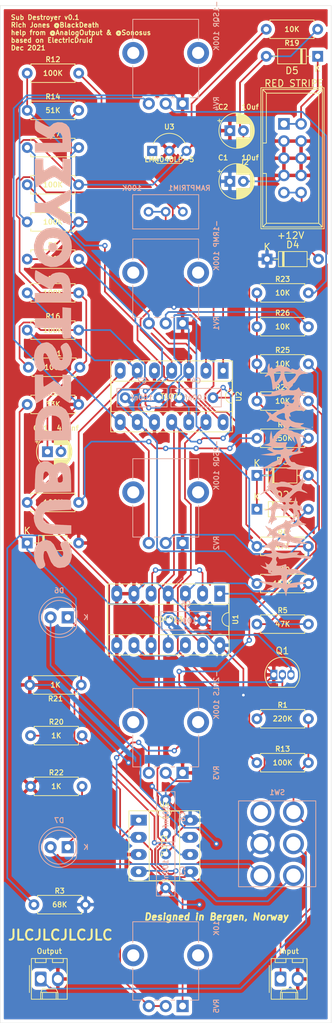
<source format=kicad_pcb>
(kicad_pcb (version 20171130) (host pcbnew "(5.1.12-1-10_14)")
  (layers (0 F.Cu signal) (31 B.Cu signal) (34 B.Paste user) (35 F.Paste user) (36 B.SilkS user) (37 F.SilkS user) (38 B.Mask user) (39 F.Mask user) (44 Edge.Cuts user))
  (net 0 "")
  (net 1 GND)
  (net 2 "Net-(C1-Pad1)")
  (net 3 "Net-(C2-Pad2)")
  (net 4 "Net-(D1-Pad1)")
  (net 5 "Net-(D2-Pad2)")
  (net 6 "Net-(D2-Pad1)")
  (net 7 "Net-(D3-Pad2)")
  (net 8 "Net-(D6-Pad1)")
  (net 9 "Net-(D6-Pad2)")
  (net 10 "Net-(D7-Pad2)")
  (net 11 "Net-(D7-Pad1)")
  (net 12 "Net-(J1-Pad1)")
  (net 13 "Net-(D5-Pad1)")
  (net 14 "Net-(D4-Pad2)")
  (net 15 "Net-(J3-Pad1)")
  (net 16 "Net-(Q1-Pad3)")
  (net 17 "Net-(R4-Pad2)")
  (net 18 "Net-(R5-Pad2)")
  (net 19 "Net-(R15-Pad2)")
  (net 20 "Net-(CP1-Pad1)")
  (net 21 "Net-(R18-Pad2)")
  (net 22 "Net-(R10-Pad1)")
  (net 23 "Net-(R12-Pad1)")
  (net 24 "Net-(R12-Pad2)")
  (net 25 "Net-(R15-Pad1)")
  (net 26 "Net-(R16-Pad1)")
  (net 27 "Net-(R17-Pad1)")
  (net 28 "Net-(R18-Pad1)")
  (net 29 "Net-(R20-Pad1)")
  (net 30 "Net-(R20-Pad2)")
  (net 31 "Net-(R23-Pad1)")
  (net 32 "Net-(R23-Pad2)")
  (net 33 "Net-(R24-Pad2)")
  (net 34 "Net-(R25-Pad2)")
  (net 35 "Net-(R26-Pad2)")
  (net 36 "Net-(SW1-Pad3)")
  (net 37 "Net-(U1-Pad12)")
  (net 38 "Net-(U1-Pad2)")
  (module ao_tht:BD3 (layer B.Cu) (at 197.7 91.1 270)
    (fp_text reference G*** hide)
    (fp_text value LOGO hide)
  )
  (module ao_tht:sd5 (layer B.Cu) (at 163.3 70.8 90)
    (fp_text reference G*** hide)
    (fp_text value LOGO hide)
  )
  (module ao_tht:LED_D5.0mm (layer B.Cu) (at 165.5 111.5 180)
    (fp_text reference D6 (at 1.27 3.96) (layer B.SilkS) (effects (font (size 0.75 0.75)) (justify mirror)))
    (fp_text value SIG_LED)
    (fp_text user K (at -2.7 0) (layer B.SilkS) (effects (font (size 0.75 0.75)) (justify mirror)))
    (pad 1 thru_hole rect (at 0 0 180) (size 1.8 1.8) (drill 0.9) (layers *.Cu *.Mask) (net 8 "Net-(D6-Pad1)"))
    (pad 2 thru_hole circle (at 2.54 0 180) (size 1.8 1.8) (drill 0.9) (layers *.Cu *.Mask) (net 9 "Net-(D6-Pad2)"))
  )
  (module Diode_THT:D_DO-35_SOD27_P7.62mm_Horizontal (layer F.Cu) (at 193.5 90.5)
    (fp_text reference D3 (at 3.81 -2.12) (layer F.SilkS))
    (fp_text value 1N4148)
    (fp_text user K (at 0 -1.8) (layer F.SilkS))
    (pad 1 thru_hole rect (at 0 0) (size 1.6 1.6) (drill 0.8) (layers *.Cu *.Mask) (net 6 "Net-(D2-Pad1)"))
    (pad 2 thru_hole oval (at 7.62 0) (size 1.6 1.6) (drill 0.8) (layers *.Cu *.Mask) (net 7 "Net-(D3-Pad2)"))
  )
  (module Diode_THT:D_DO-35_SOD27_P7.62mm_Horizontal (layer F.Cu) (at 159.5 100.5)
    (fp_text reference D1 (at 3.81 -2.12) (layer F.SilkS))
    (fp_text value 1N4148)
    (fp_text user K (at 0 -1.8) (layer F.SilkS))
    (pad 1 thru_hole rect (at 0 0) (size 1.6 1.6) (drill 0.8) (layers *.Cu *.Mask) (net 4 "Net-(D1-Pad1)"))
    (pad 2 thru_hole oval (at 7.62 0) (size 1.6 1.6) (drill 0.8) (layers *.Cu *.Mask) (net 1 GND))
  )
  (module ao_tht:R_Axial_DIN0207_L6.3mm_D2.5mm_P7.62mm_Horizontal (layer F.Cu) (at 193.5 126.5)
    (fp_text reference R1 (at 3.81 -2.032) (layer F.SilkS) (effects (font (size 0.75 0.75))))
    (fp_text value 220K (at 3.81 0) (layer F.SilkS) (effects (font (size 0.75 0.75))))
    (pad 1 thru_hole circle (at 0 0) (size 1.6 1.6) (drill 0.8) (layers *.Cu *.Mask) (net 4 "Net-(D1-Pad1)"))
    (pad 2 thru_hole oval (at 7.62 0) (size 1.6 1.6) (drill 0.8) (layers *.Cu *.Mask) (net 12 "Net-(J1-Pad1)"))
  )
  (module ao_tht:R_Axial_DIN0207_L6.3mm_D2.5mm_P7.62mm_Horizontal (layer F.Cu) (at 159.5 80)
    (fp_text reference R2 (at 3.81 -2.032) (layer F.SilkS) (effects (font (size 0.75 0.75))))
    (fp_text value 33K (at 3.81 0) (layer F.SilkS) (effects (font (size 0.75 0.75))))
    (pad 2 thru_hole oval (at 7.62 0) (size 1.6 1.6) (drill 0.8) (layers *.Cu *.Mask) (net 1 GND))
    (pad 1 thru_hole circle (at 0 0) (size 1.6 1.6) (drill 0.8) (layers *.Cu *.Mask) (net 4 "Net-(D1-Pad1)"))
  )
  (module ao_tht:R_Axial_DIN0207_L6.3mm_D2.5mm_P7.62mm_Horizontal (layer F.Cu) (at 160.5 154)
    (fp_text reference R3 (at 3.81 -2.032) (layer F.SilkS) (effects (font (size 0.75 0.75))))
    (fp_text value 68K (at 3.81 0) (layer F.SilkS) (effects (font (size 0.75 0.75))))
    (pad 2 thru_hole oval (at 7.62 0) (size 1.6 1.6) (drill 0.8) (layers *.Cu *.Mask) (net 2 "Net-(C1-Pad1)"))
    (pad 1 thru_hole circle (at 0 0) (size 1.6 1.6) (drill 0.8) (layers *.Cu *.Mask) (net 16 "Net-(Q1-Pad3)"))
  )
  (module ao_tht:R_Axial_DIN0207_L6.3mm_D2.5mm_P7.62mm_Horizontal (layer F.Cu) (at 193.5 101)
    (fp_text reference R4 (at 3.81 -2.032) (layer F.SilkS) (effects (font (size 0.75 0.75))))
    (fp_text value 47K (at 3.81 0) (layer F.SilkS) (effects (font (size 0.75 0.75))))
    (pad 1 thru_hole circle (at 0 0) (size 1.6 1.6) (drill 0.8) (layers *.Cu *.Mask) (net 5 "Net-(D2-Pad2)"))
    (pad 2 thru_hole oval (at 7.62 0) (size 1.6 1.6) (drill 0.8) (layers *.Cu *.Mask) (net 17 "Net-(R4-Pad2)"))
  )
  (module ao_tht:DIP-14_W7.62mm_Socket_LongPads (layer F.Cu) (at 188.5 75 270)
    (fp_text reference U2 (at 3.81 -2.33 90) (layer F.SilkS) (effects (font (size 0.75 0.75))))
    (fp_text value TL074)
    (fp_text user %V (at 3.81 7.62) (layer F.SilkS) (effects (font (size 0.75 0.75))))
    (pad 1 thru_hole rect (at 0 0 270) (size 2.4 1.6) (drill 0.8) (layers *.Cu *.Mask) (net 25 "Net-(R15-Pad1)"))
    (pad 8 thru_hole oval (at 7.62 15.24 270) (size 2.4 1.6) (drill 0.8) (layers *.Cu *.Mask) (net 26 "Net-(R16-Pad1)"))
    (pad 2 thru_hole oval (at 0 2.54 270) (size 2.4 1.6) (drill 0.8) (layers *.Cu *.Mask) (net 19 "Net-(R15-Pad2)"))
    (pad 9 thru_hole oval (at 7.62 12.7 270) (size 2.4 1.6) (drill 0.8) (layers *.Cu *.Mask) (net 22 "Net-(R10-Pad1)"))
    (pad 3 thru_hole oval (at 0 5.08 270) (size 2.4 1.6) (drill 0.8) (layers *.Cu *.Mask) (net 1 GND))
    (pad 10 thru_hole oval (at 7.62 10.16 270) (size 2.4 1.6) (drill 0.8) (layers *.Cu *.Mask) (net 1 GND))
    (pad 4 thru_hole oval (at 0 7.62 270) (size 2.4 1.6) (drill 0.8) (layers *.Cu *.Mask) (net 2 "Net-(C1-Pad1)"))
    (pad 11 thru_hole oval (at 7.62 7.62 270) (size 2.4 1.6) (drill 0.8) (layers *.Cu *.Mask) (net 3 "Net-(C2-Pad2)"))
    (pad 5 thru_hole oval (at 0 10.16 270) (size 2.4 1.6) (drill 0.8) (layers *.Cu *.Mask) (net 1 GND))
    (pad 12 thru_hole oval (at 7.62 5.08 270) (size 2.4 1.6) (drill 0.8) (layers *.Cu *.Mask) (net 1 GND))
    (pad 6 thru_hole oval (at 0 12.7 270) (size 2.4 1.6) (drill 0.8) (layers *.Cu *.Mask) (net 21 "Net-(R18-Pad2)"))
    (pad 13 thru_hole oval (at 7.62 2.54 270) (size 2.4 1.6) (drill 0.8) (layers *.Cu *.Mask) (net 23 "Net-(R12-Pad1)"))
    (pad 7 thru_hole oval (at 0 15.24 270) (size 2.4 1.6) (drill 0.8) (layers *.Cu *.Mask) (net 28 "Net-(R18-Pad1)"))
    (pad 14 thru_hole oval (at 7.62 0 270) (size 2.4 1.6) (drill 0.8) (layers *.Cu *.Mask) (net 27 "Net-(R17-Pad1)"))
  )
  (module ao_tht:DIP-8_W7.62mm_Socket_LongPads (layer F.Cu) (at 176 141.5)
    (fp_text reference U4 (at 3.81 -2.33) (layer F.SilkS) (effects (font (size 0.75 0.75))))
    (fp_text value TL072)
    (fp_text user %V (at 3.81 3.81 90) (layer F.SilkS) (effects (font (size 0.75 0.75))))
    (pad 1 thru_hole rect (at 0 0) (size 2.4 1.6) (drill 0.8) (layers *.Cu *.Mask) (net 29 "Net-(R20-Pad1)"))
    (pad 5 thru_hole oval (at 7.62 7.62) (size 2.4 1.6) (drill 0.8) (layers *.Cu *.Mask) (net 30 "Net-(R20-Pad2)"))
    (pad 2 thru_hole oval (at 0 2.54) (size 2.4 1.6) (drill 0.8) (layers *.Cu *.Mask) (net 31 "Net-(R23-Pad1)"))
    (pad 6 thru_hole oval (at 7.62 5.08) (size 2.4 1.6) (drill 0.8) (layers *.Cu *.Mask) (net 8 "Net-(D6-Pad1)"))
    (pad 3 thru_hole oval (at 0 5.08) (size 2.4 1.6) (drill 0.8) (layers *.Cu *.Mask) (net 1 GND))
    (pad 7 thru_hole oval (at 7.62 2.54) (size 2.4 1.6) (drill 0.8) (layers *.Cu *.Mask) (net 9 "Net-(D6-Pad2)"))
    (pad 4 thru_hole oval (at 0 7.62) (size 2.4 1.6) (drill 0.8) (layers *.Cu *.Mask) (net 3 "Net-(C2-Pad2)"))
    (pad 8 thru_hole oval (at 7.62 0) (size 2.4 1.6) (drill 0.8) (layers *.Cu *.Mask) (net 2 "Net-(C1-Pad1)"))
  )
  (module Package_TO_SOT_THT:TO-92_Inline (layer F.Cu) (at 196 120)
    (fp_text reference Q1 (at 1.27 -3.56) (layer F.SilkS))
    (fp_text value 2N3904)
    (pad 2 thru_hole oval (at 1.27 0) (size 1.05 1.5) (drill 0.75) (layers *.Cu *.Mask) (net 4 "Net-(D1-Pad1)"))
    (pad 3 thru_hole oval (at 2.54 0) (size 1.05 1.5) (drill 0.75) (layers *.Cu *.Mask) (net 16 "Net-(Q1-Pad3)"))
    (pad 1 thru_hole rect (at 0 0) (size 1.05 1.5) (drill 0.75) (layers *.Cu *.Mask) (net 1 GND))
  )
  (module ao_tht:Potentiometer_Bourns_3296W_Vertical (layer B.Cu) (at 180 51.5 180)
    (fp_text reference RAMPTRIM1 (at -3.5 3.5 180) (layer B.SilkS) (effects (font (size 0.75 0.75)) (justify mirror)))
    (fp_text value 100K)
    (fp_text user %V (at 5 3.5 180) (layer B.SilkS) (effects (font (size 0.75 0.75)) (justify mirror)))
    (pad 1 thru_hole circle (at 2.54 0 180) (size 1.44 1.44) (drill 0.8) (layers *.Cu *.Mask) (net 17 "Net-(R4-Pad2)"))
    (pad 2 thru_hole circle (at 0 0 180) (size 1.44 1.44) (drill 0.8) (layers *.Cu *.Mask) (net 17 "Net-(R4-Pad2)"))
    (pad 3 thru_hole circle (at -2.54 0 180) (size 1.44 1.44) (drill 0.8) (layers *.Cu *.Mask) (net 24 "Net-(R12-Pad2)"))
  )
  (module ao_tht:Potentiometer_Alpha_RD901F-40-00D_Single_Vertical_CircularHoles_centered (layer B.Cu) (at 180 60.5 90)
    (fp_text reference RV1 (at -7.5 7.5 90) (layer B.SilkS) (effects (font (size 0.75 0.75)) (justify mirror)))
    (fp_text value "-1RMP 100K")
    (fp_text user %V (at 4 7.5 270) (layer B.SilkS) (effects (font (size 0.75 0.75)) (justify mirror)))
    (pad 1 thru_hole rect (at -7.5 2.5) (size 1.8 1.8) (drill 1) (layers *.Cu *.Mask) (net 1 GND))
    (pad 2 thru_hole circle (at -7.5 0) (size 1.8 1.8) (drill 1) (layers *.Cu *.Mask) (net 35 "Net-(R26-Pad2)"))
    (pad 3 thru_hole circle (at -7.5 -2.5) (size 1.8 1.8) (drill 1) (layers *.Cu *.Mask) (net 27 "Net-(R17-Pad1)"))
    (pad "" thru_hole circle (at 0 -4.8) (size 3.24 3.24) (drill 1.8) (layers *.Cu *.Mask))
    (pad "" thru_hole circle (at 0 4.8) (size 3.24 3.24) (drill 1.8) (layers *.Cu *.Mask))
  )
  (module ao_tht:Potentiometer_Alpha_RD901F-40-00D_Single_Vertical_CircularHoles_centered (layer B.Cu) (at 180 127 90)
    (fp_text reference RV3 (at -7.5 7.5 90) (layer B.SilkS) (effects (font (size 0.75 0.75)) (justify mirror)))
    (fp_text value "-2PLS 100K")
    (fp_text user %V (at 4 7.5 270) (layer B.SilkS) (effects (font (size 0.75 0.75)) (justify mirror)))
    (pad 1 thru_hole rect (at -7.5 2.5) (size 1.8 1.8) (drill 1) (layers *.Cu *.Mask) (net 1 GND))
    (pad 2 thru_hole circle (at -7.5 0) (size 1.8 1.8) (drill 1) (layers *.Cu *.Mask) (net 33 "Net-(R24-Pad2)"))
    (pad 3 thru_hole circle (at -7.5 -2.5) (size 1.8 1.8) (drill 1) (layers *.Cu *.Mask) (net 28 "Net-(R18-Pad1)"))
    (pad "" thru_hole circle (at 0 -4.8) (size 3.24 3.24) (drill 1.8) (layers *.Cu *.Mask))
    (pad "" thru_hole circle (at 0 4.8) (size 3.24 3.24) (drill 1.8) (layers *.Cu *.Mask))
  )
  (module ao_tht:Potentiometer_Alpha_RD901F-40-00D_Single_Vertical_CircularHoles_centered (layer B.Cu) (at 180 93 90)
    (fp_text reference RV2 (at -7.5 7.5 90) (layer B.SilkS) (effects (font (size 0.75 0.75)) (justify mirror)))
    (fp_text value "-2SQR 100K")
    (fp_text user %V (at 4 7.5 270) (layer B.SilkS) (effects (font (size 0.75 0.75)) (justify mirror)))
    (pad "" thru_hole circle (at 0 4.8) (size 3.24 3.24) (drill 1.8) (layers *.Cu *.Mask))
    (pad "" thru_hole circle (at 0 -4.8) (size 3.24 3.24) (drill 1.8) (layers *.Cu *.Mask))
    (pad 3 thru_hole circle (at -7.5 -2.5) (size 1.8 1.8) (drill 1) (layers *.Cu *.Mask) (net 26 "Net-(R16-Pad1)"))
    (pad 2 thru_hole circle (at -7.5 0) (size 1.8 1.8) (drill 1) (layers *.Cu *.Mask) (net 34 "Net-(R25-Pad2)"))
    (pad 1 thru_hole rect (at -7.5 2.5) (size 1.8 1.8) (drill 1) (layers *.Cu *.Mask) (net 1 GND))
  )
  (module ao_tht:Potentiometer_Alpha_RD901F-40-00D_Single_Vertical_CircularHoles_centered (layer B.Cu) (at 180 28 90)
    (fp_text reference RV4 (at -7.5 7.5 90) (layer B.SilkS) (effects (font (size 0.75 0.75)) (justify mirror)))
    (fp_text value "-1SQR 100K")
    (fp_text user %V (at 4 7.5 270) (layer B.SilkS) (effects (font (size 0.75 0.75)) (justify mirror)))
    (pad "" thru_hole circle (at 0 4.8) (size 3.24 3.24) (drill 1.8) (layers *.Cu *.Mask))
    (pad "" thru_hole circle (at 0 -4.8) (size 3.24 3.24) (drill 1.8) (layers *.Cu *.Mask))
    (pad 3 thru_hole circle (at -7.5 -2.5) (size 1.8 1.8) (drill 1) (layers *.Cu *.Mask) (net 25 "Net-(R15-Pad1)"))
    (pad 2 thru_hole circle (at -7.5 0) (size 1.8 1.8) (drill 1) (layers *.Cu *.Mask) (net 32 "Net-(R23-Pad2)"))
    (pad 1 thru_hole rect (at -7.5 2.5) (size 1.8 1.8) (drill 1) (layers *.Cu *.Mask) (net 1 GND))
  )
  (module Diode_THT:D_DO-35_SOD27_P7.62mm_Horizontal (layer F.Cu) (at 202.5 28.5 180)
    (fp_text reference D5 (at 3.81 -2.12) (layer F.SilkS))
    (fp_text value 1N4148)
    (fp_text user K (at 0 -1.8) (layer F.SilkS))
    (pad 2 thru_hole oval (at 7.62 0 180) (size 1.6 1.6) (drill 0.8) (layers *.Cu *.Mask) (net 3 "Net-(C2-Pad2)"))
    (pad 1 thru_hole rect (at 0 0 180) (size 1.6 1.6) (drill 0.8) (layers *.Cu *.Mask) (net 13 "Net-(D5-Pad1)"))
  )
  (module ao_tht:DIP-14_W7.62mm_Socket_LongPads (layer F.Cu) (at 188 108 270)
    (fp_text reference U1 (at 3.81 -2.33 90) (layer F.SilkS) (effects (font (size 0.75 0.75))))
    (fp_text value CD4013)
    (fp_text user %V (at 3.81 7.62) (layer F.SilkS) (effects (font (size 0.75 0.75))))
    (pad 14 thru_hole oval (at 7.62 0 270) (size 2.4 1.6) (drill 0.8) (layers *.Cu *.Mask) (net 2 "Net-(C1-Pad1)"))
    (pad 7 thru_hole oval (at 0 15.24 270) (size 2.4 1.6) (drill 0.8) (layers *.Cu *.Mask) (net 1 GND))
    (pad 13 thru_hole oval (at 7.62 2.54 270) (size 2.4 1.6) (drill 0.8) (layers *.Cu *.Mask) (net 17 "Net-(R4-Pad2)"))
    (pad 6 thru_hole oval (at 0 12.7 270) (size 2.4 1.6) (drill 0.8) (layers *.Cu *.Mask) (net 1 GND))
    (pad 12 thru_hole oval (at 7.62 5.08 270) (size 2.4 1.6) (drill 0.8) (layers *.Cu *.Mask) (net 37 "Net-(U1-Pad12)"))
    (pad 5 thru_hole oval (at 0 10.16 270) (size 2.4 1.6) (drill 0.8) (layers *.Cu *.Mask) (net 38 "Net-(U1-Pad2)"))
    (pad 11 thru_hole oval (at 7.62 7.62 270) (size 2.4 1.6) (drill 0.8) (layers *.Cu *.Mask) (net 16 "Net-(Q1-Pad3)"))
    (pad 4 thru_hole oval (at 0 7.62 270) (size 2.4 1.6) (drill 0.8) (layers *.Cu *.Mask) (net 1 GND))
    (pad 10 thru_hole oval (at 7.62 10.16 270) (size 2.4 1.6) (drill 0.8) (layers *.Cu *.Mask) (net 1 GND))
    (pad 3 thru_hole oval (at 0 5.08 270) (size 2.4 1.6) (drill 0.8) (layers *.Cu *.Mask) (net 17 "Net-(R4-Pad2)"))
    (pad 9 thru_hole oval (at 7.62 12.7 270) (size 2.4 1.6) (drill 0.8) (layers *.Cu *.Mask) (net 37 "Net-(U1-Pad12)"))
    (pad 2 thru_hole oval (at 0 2.54 270) (size 2.4 1.6) (drill 0.8) (layers *.Cu *.Mask) (net 38 "Net-(U1-Pad2)"))
    (pad 8 thru_hole oval (at 7.62 15.24 270) (size 2.4 1.6) (drill 0.8) (layers *.Cu *.Mask) (net 1 GND))
    (pad 1 thru_hole rect (at 0 0 270) (size 2.4 1.6) (drill 0.8) (layers *.Cu *.Mask) (net 18 "Net-(R5-Pad2)"))
  )
  (module ao_tht:DPDT-toggle-switch-1M-seriesx (layer B.Cu) (at 196.5 145 180)
    (fp_text reference SW1 (at 0 7.6) (layer B.SilkS) (effects (font (size 0.75 0.75)) (justify mirror)))
    (fp_text value ONOFF_SW)
    (pad 2 thru_hole circle (at 2.415 0 180) (size 3.1 3.1) (drill 2.1) (layers *.Cu *.Mask) (net 2 "Net-(C1-Pad1)"))
    (pad 3 thru_hole circle (at 2.415 4.7 180) (size 3.1 3.1) (drill 2.1) (layers *.Cu *.Mask) (net 36 "Net-(SW1-Pad3)"))
    (pad 1 thru_hole circle (at 2.415 -4.7 180) (size 3.1 3.1) (drill 2.1) (layers *.Cu *.Mask) (net 10 "Net-(D7-Pad2)"))
    (pad 6 thru_hole circle (at -2.415 4.7 180) (size 3.1 3.1) (drill 2.1) (layers *.Cu *.Mask) (net 12 "Net-(J1-Pad1)"))
    (pad 5 thru_hole circle (at -2.415 0 180) (size 3.1 3.1) (drill 2.1) (layers *.Cu *.Mask) (net 15 "Net-(J3-Pad1)"))
    (pad 4 thru_hole circle (at -2.415 -4.7 180) (size 3.1 3.1) (drill 2.1) (layers *.Cu *.Mask) (net 30 "Net-(R20-Pad2)"))
  )
  (module ao_tht:TO-92_Inline_Wide (layer F.Cu) (at 178 42.5)
    (fp_text reference U3 (at 2.54 -3.56) (layer F.SilkS) (effects (font (size 0.75 0.75))))
    (fp_text value LM4040LP-5)
    (fp_text user %V (at 2.54 1.27) (layer F.SilkS) (effects (font (size 0.75 0.75))))
    (pad 2 thru_hole circle (at 2.54 0 90) (size 1.5 1.5) (drill 0.8) (layers *.Cu *.Mask) (net 1 GND))
    (pad 3 thru_hole circle (at 5.08 0 90) (size 1.5 1.5) (drill 0.8) (layers *.Cu *.Mask) (net 20 "Net-(CP1-Pad1)"))
    (pad 1 thru_hole rect (at 0 0 90) (size 1.5 1.5) (drill 0.8) (layers *.Cu *.Mask))
  )
  (module Diode_THT:D_DO-35_SOD27_P7.62mm_Horizontal (layer F.Cu) (at 195 58.5)
    (fp_text reference D4 (at 3.81 -2.12) (layer F.SilkS))
    (fp_text value 1N4148)
    (fp_text user K (at 0 -1.8) (layer F.SilkS))
    (pad 1 thru_hole rect (at 0 0) (size 1.6 1.6) (drill 0.8) (layers *.Cu *.Mask) (net 2 "Net-(C1-Pad1)"))
    (pad 2 thru_hole oval (at 7.62 0) (size 1.6 1.6) (drill 0.8) (layers *.Cu *.Mask) (net 14 "Net-(D4-Pad2)"))
  )
  (module ao_tht:Potentiometer_Alpha_RD901F-40-00D_Single_Vertical_CircularHoles (layer B.Cu) (at 182.5 169 90)
    (fp_text reference RV5 (at 0 5 90) (layer B.SilkS) (effects (font (size 0.75 0.75)) (justify mirror)))
    (fp_text value 10K)
    (fp_text user %V (at 11.5 5 270) (layer B.SilkS) (effects (font (size 0.75 0.75)) (justify mirror)))
    (pad 1 thru_hole rect (at 0 0) (size 1.8 1.8) (drill 1) (layers *.Cu *.Mask) (net 31 "Net-(R23-Pad1)"))
    (pad 2 thru_hole circle (at 0 -2.5) (size 1.8 1.8) (drill 1) (layers *.Cu *.Mask) (net 29 "Net-(R20-Pad1)"))
    (pad 3 thru_hole circle (at 0 -5) (size 1.8 1.8) (drill 1) (layers *.Cu *.Mask) (net 29 "Net-(R20-Pad1)"))
    (pad "" thru_hole circle (at 7.5 -7.3) (size 3.24 3.24) (drill 1.8) (layers *.Cu *.Mask))
    (pad "" thru_hole circle (at 7.5 2.3) (size 3.24 3.24) (drill 1.8) (layers *.Cu *.Mask))
  )
  (module ao_tht:CP_Radial_D5.0mm_P2.00mm (layer F.Cu) (at 189.5 47)
    (fp_text reference C1 (at -1 -3.5) (layer F.SilkS) (effects (font (size 0.75 0.75))))
    (fp_text value 10uf)
    (fp_text user %V (at 3 -3.5) (layer F.SilkS) (effects (font (size 0.75 0.75))))
    (pad 2 thru_hole circle (at 2 0) (size 1.6 1.6) (drill 0.8) (layers *.Cu *.Mask) (net 1 GND))
    (pad 1 thru_hole rect (at 0 0) (size 1.6 1.6) (drill 0.8) (layers *.Cu *.Mask) (net 2 "Net-(C1-Pad1)"))
  )
  (module ao_tht:CP_Radial_D5.0mm_P2.00mm (layer F.Cu) (at 162.5 87)
    (fp_text reference CP1 (at -1 -3.5) (layer F.SilkS) (effects (font (size 0.75 0.75))))
    (fp_text value 470nf)
    (fp_text user %V (at 3 -3.5) (layer F.SilkS) (effects (font (size 0.75 0.75))))
    (pad 1 thru_hole rect (at 0 0) (size 1.6 1.6) (drill 0.8) (layers *.Cu *.Mask) (net 20 "Net-(CP1-Pad1)"))
    (pad 2 thru_hole circle (at 2 0) (size 1.6 1.6) (drill 0.8) (layers *.Cu *.Mask) (net 1 GND))
  )
  (module ao_tht:CP_Radial_D5.0mm_P2.00mm (layer F.Cu) (at 189.5 39.5)
    (fp_text reference C2 (at -1 -3.5) (layer F.SilkS) (effects (font (size 0.75 0.75))))
    (fp_text value 10uf)
    (fp_text user %V (at 3 -3.5) (layer F.SilkS) (effects (font (size 0.75 0.75))))
    (pad 1 thru_hole rect (at 0 0) (size 1.6 1.6) (drill 0.8) (layers *.Cu *.Mask) (net 1 GND))
    (pad 2 thru_hole circle (at 2 0) (size 1.6 1.6) (drill 0.8) (layers *.Cu *.Mask) (net 3 "Net-(C2-Pad2)"))
  )
  (module ao_tht:R_Axial_DIN0207_L6.3mm_D2.5mm_P7.62mm_Horizontal (layer F.Cu) (at 193.5 112.5)
    (fp_text reference R5 (at 3.81 -2.032) (layer F.SilkS) (effects (font (size 0.75 0.75))))
    (fp_text value 47K (at 3.81 0) (layer F.SilkS) (effects (font (size 0.75 0.75))))
    (pad 2 thru_hole oval (at 7.62 0) (size 1.6 1.6) (drill 0.8) (layers *.Cu *.Mask) (net 18 "Net-(R5-Pad2)"))
    (pad 1 thru_hole circle (at 0 0) (size 1.6 1.6) (drill 0.8) (layers *.Cu *.Mask) (net 7 "Net-(D3-Pad2)"))
  )
  (module ao_tht:R_Axial_DIN0207_L6.3mm_D2.5mm_P7.62mm_Horizontal (layer F.Cu) (at 159.5 58.5)
    (fp_text reference R6 (at 3.81 -2.032) (layer F.SilkS) (effects (font (size 0.75 0.75))))
    (fp_text value 150K (at 3.81 0) (layer F.SilkS) (effects (font (size 0.75 0.75))))
    (pad 1 thru_hole circle (at 0 0) (size 1.6 1.6) (drill 0.8) (layers *.Cu *.Mask) (net 19 "Net-(R15-Pad2)"))
    (pad 2 thru_hole oval (at 7.62 0) (size 1.6 1.6) (drill 0.8) (layers *.Cu *.Mask) (net 5 "Net-(D2-Pad2)"))
  )
  (module ao_tht:R_Axial_DIN0207_L6.3mm_D2.5mm_P7.62mm_Horizontal (layer F.Cu) (at 159.5 47.5)
    (fp_text reference R7 (at 3.81 -2.032) (layer F.SilkS) (effects (font (size 0.75 0.75))))
    (fp_text value 100K (at 3.81 0) (layer F.SilkS) (effects (font (size 0.75 0.75))))
    (pad 2 thru_hole oval (at 7.62 0) (size 1.6 1.6) (drill 0.8) (layers *.Cu *.Mask) (net 20 "Net-(CP1-Pad1)"))
    (pad 1 thru_hole circle (at 0 0) (size 1.6 1.6) (drill 0.8) (layers *.Cu *.Mask) (net 19 "Net-(R15-Pad2)"))
  )
  (module ao_tht:R_Axial_DIN0207_L6.3mm_D2.5mm_P7.62mm_Horizontal (layer F.Cu) (at 193.5 85)
    (fp_text reference R8 (at 3.81 -2.032) (layer F.SilkS) (effects (font (size 0.75 0.75))))
    (fp_text value 150K (at 3.81 0) (layer F.SilkS) (effects (font (size 0.75 0.75))))
    (pad 1 thru_hole circle (at 0 0) (size 1.6 1.6) (drill 0.8) (layers *.Cu *.Mask) (net 21 "Net-(R18-Pad2)"))
    (pad 2 thru_hole oval (at 7.62 0) (size 1.6 1.6) (drill 0.8) (layers *.Cu *.Mask) (net 6 "Net-(D2-Pad1)"))
  )
  (module ao_tht:R_Axial_DIN0207_L6.3mm_D2.5mm_P7.62mm_Horizontal (layer F.Cu) (at 159.5 63.5)
    (fp_text reference R9 (at 3.81 -2.032) (layer F.SilkS) (effects (font (size 0.75 0.75))))
    (fp_text value 100K (at 3.81 0) (layer F.SilkS) (effects (font (size 0.75 0.75))))
    (pad 2 thru_hole oval (at 7.62 0) (size 1.6 1.6) (drill 0.8) (layers *.Cu *.Mask) (net 20 "Net-(CP1-Pad1)"))
    (pad 1 thru_hole circle (at 0 0) (size 1.6 1.6) (drill 0.8) (layers *.Cu *.Mask) (net 21 "Net-(R18-Pad2)"))
  )
  (module ao_tht:R_Axial_DIN0207_L6.3mm_D2.5mm_P7.62mm_Horizontal (layer F.Cu) (at 193.5 106.5)
    (fp_text reference R10 (at 3.81 -2.032) (layer F.SilkS) (effects (font (size 0.75 0.75))))
    (fp_text value 150K (at 3.81 0) (layer F.SilkS) (effects (font (size 0.75 0.75))))
    (pad 2 thru_hole oval (at 7.62 0) (size 1.6 1.6) (drill 0.8) (layers *.Cu *.Mask) (net 7 "Net-(D3-Pad2)"))
    (pad 1 thru_hole circle (at 0 0) (size 1.6 1.6) (drill 0.8) (layers *.Cu *.Mask) (net 22 "Net-(R10-Pad1)"))
  )
  (module ao_tht:R_Axial_DIN0207_L6.3mm_D2.5mm_P7.62mm_Horizontal (layer F.Cu) (at 159.675001 74.5)
    (fp_text reference R11 (at 3.81 -2.032) (layer F.SilkS) (effects (font (size 0.75 0.75))))
    (fp_text value 100K (at 3.81 0) (layer F.SilkS) (effects (font (size 0.75 0.75))))
    (pad 1 thru_hole circle (at 0 0) (size 1.6 1.6) (drill 0.8) (layers *.Cu *.Mask) (net 22 "Net-(R10-Pad1)"))
    (pad 2 thru_hole oval (at 7.62 0) (size 1.6 1.6) (drill 0.8) (layers *.Cu *.Mask) (net 20 "Net-(CP1-Pad1)"))
  )
  (module ao_tht:R_Axial_DIN0207_L6.3mm_D2.5mm_P7.62mm_Horizontal (layer F.Cu) (at 159.5 31)
    (fp_text reference R12 (at 3.81 -2.032) (layer F.SilkS) (effects (font (size 0.75 0.75))))
    (fp_text value 100K (at 3.81 0) (layer F.SilkS) (effects (font (size 0.75 0.75))))
    (pad 2 thru_hole oval (at 7.62 0) (size 1.6 1.6) (drill 0.8) (layers *.Cu *.Mask) (net 24 "Net-(R12-Pad2)"))
    (pad 1 thru_hole circle (at 0 0) (size 1.6 1.6) (drill 0.8) (layers *.Cu *.Mask) (net 23 "Net-(R12-Pad1)"))
  )
  (module ao_tht:R_Axial_DIN0207_L6.3mm_D2.5mm_P7.62mm_Horizontal (layer F.Cu) (at 193.5 133)
    (fp_text reference R13 (at 3.81 -2.032) (layer F.SilkS) (effects (font (size 0.75 0.75))))
    (fp_text value 100K (at 3.81 0) (layer F.SilkS) (effects (font (size 0.75 0.75))))
    (pad 1 thru_hole circle (at 0 0) (size 1.6 1.6) (drill 0.8) (layers *.Cu *.Mask) (net 23 "Net-(R12-Pad1)"))
    (pad 2 thru_hole oval (at 7.62 0) (size 1.6 1.6) (drill 0.8) (layers *.Cu *.Mask) (net 12 "Net-(J1-Pad1)"))
  )
  (module ao_tht:R_Axial_DIN0207_L6.3mm_D2.5mm_P7.62mm_Horizontal (layer F.Cu) (at 159.5 36.5)
    (fp_text reference R14 (at 3.81 -2.032) (layer F.SilkS) (effects (font (size 0.75 0.75))))
    (fp_text value 51K (at 3.81 0) (layer F.SilkS) (effects (font (size 0.75 0.75))))
    (pad 1 thru_hole circle (at 0 0) (size 1.6 1.6) (drill 0.8) (layers *.Cu *.Mask) (net 23 "Net-(R12-Pad1)"))
    (pad 2 thru_hole oval (at 7.62 0) (size 1.6 1.6) (drill 0.8) (layers *.Cu *.Mask) (net 20 "Net-(CP1-Pad1)"))
  )
  (module ao_tht:R_Axial_DIN0207_L6.3mm_D2.5mm_P7.62mm_Horizontal (layer F.Cu) (at 159.5 53)
    (fp_text reference R15 (at 3.81 -2.032) (layer F.SilkS) (effects (font (size 0.75 0.75))))
    (fp_text value 100K (at 3.81 0) (layer F.SilkS) (effects (font (size 0.75 0.75))))
    (pad 2 thru_hole oval (at 7.62 0) (size 1.6 1.6) (drill 0.8) (layers *.Cu *.Mask) (net 19 "Net-(R15-Pad2)"))
    (pad 1 thru_hole circle (at 0 0) (size 1.6 1.6) (drill 0.8) (layers *.Cu *.Mask) (net 25 "Net-(R15-Pad1)"))
  )
  (module ao_tht:R_Axial_DIN0207_L6.3mm_D2.5mm_P7.62mm_Horizontal (layer F.Cu) (at 159.5 69)
    (fp_text reference R16 (at 3.81 -2.032) (layer F.SilkS) (effects (font (size 0.75 0.75))))
    (fp_text value 100K (at 3.81 0) (layer F.SilkS) (effects (font (size 0.75 0.75))))
    (pad 2 thru_hole oval (at 7.62 0) (size 1.6 1.6) (drill 0.8) (layers *.Cu *.Mask) (net 22 "Net-(R10-Pad1)"))
    (pad 1 thru_hole circle (at 0 0) (size 1.6 1.6) (drill 0.8) (layers *.Cu *.Mask) (net 26 "Net-(R16-Pad1)"))
  )
  (module ao_tht:R_Axial_DIN0207_L6.3mm_D2.5mm_P7.62mm_Horizontal (layer F.Cu) (at 159.5 42)
    (fp_text reference R17 (at 3.81 -2.032) (layer F.SilkS) (effects (font (size 0.75 0.75))))
    (fp_text value 51K (at 3.81 0) (layer F.SilkS) (effects (font (size 0.75 0.75))))
    (pad 1 thru_hole circle (at 0 0) (size 1.6 1.6) (drill 0.8) (layers *.Cu *.Mask) (net 27 "Net-(R17-Pad1)"))
    (pad 2 thru_hole oval (at 7.62 0) (size 1.6 1.6) (drill 0.8) (layers *.Cu *.Mask) (net 23 "Net-(R12-Pad1)"))
  )
  (module ao_tht:R_Axial_DIN0207_L6.3mm_D2.5mm_P7.62mm_Horizontal (layer F.Cu) (at 159.5 94.5)
    (fp_text reference R18 (at 3.81 -2.032) (layer F.SilkS) (effects (font (size 0.75 0.75))))
    (fp_text value 100K (at 3.81 0) (layer F.SilkS) (effects (font (size 0.75 0.75))))
    (pad 1 thru_hole circle (at 0 0) (size 1.6 1.6) (drill 0.8) (layers *.Cu *.Mask) (net 28 "Net-(R18-Pad1)"))
    (pad 2 thru_hole oval (at 7.62 0) (size 1.6 1.6) (drill 0.8) (layers *.Cu *.Mask) (net 21 "Net-(R18-Pad2)"))
  )
  (module ao_tht:R_Axial_DIN0207_L6.3mm_D2.5mm_P7.62mm_Horizontal (layer F.Cu) (at 202.5 24.5 180)
    (fp_text reference R19 (at 3.81 -2.032) (layer F.SilkS) (effects (font (size 0.75 0.75))))
    (fp_text value 10K (at 3.81 0) (layer F.SilkS) (effects (font (size 0.75 0.75))))
    (pad 2 thru_hole oval (at 7.62 0 180) (size 1.6 1.6) (drill 0.8) (layers *.Cu *.Mask) (net 20 "Net-(CP1-Pad1)"))
    (pad 1 thru_hole circle (at 0 0 180) (size 1.6 1.6) (drill 0.8) (layers *.Cu *.Mask) (net 3 "Net-(C2-Pad2)"))
  )
  (module ao_tht:R_Axial_DIN0207_L6.3mm_D2.5mm_P7.62mm_Horizontal (layer F.Cu) (at 160 129)
    (fp_text reference R20 (at 3.81 -2.032) (layer F.SilkS) (effects (font (size 0.75 0.75))))
    (fp_text value 1K (at 3.81 0) (layer F.SilkS) (effects (font (size 0.75 0.75))))
    (pad 2 thru_hole oval (at 7.62 0) (size 1.6 1.6) (drill 0.8) (layers *.Cu *.Mask) (net 30 "Net-(R20-Pad2)"))
    (pad 1 thru_hole circle (at 0 0) (size 1.6 1.6) (drill 0.8) (layers *.Cu *.Mask) (net 29 "Net-(R20-Pad1)"))
  )
  (module ao_tht:R_Axial_DIN0207_L6.3mm_D2.5mm_P7.62mm_Horizontal (layer F.Cu) (at 167.5 121.5 180)
    (fp_text reference R21 (at 3.81 -2.032) (layer F.SilkS) (effects (font (size 0.75 0.75))))
    (fp_text value 1K (at 3.81 0) (layer F.SilkS) (effects (font (size 0.75 0.75))))
    (pad 1 thru_hole circle (at 0 0 180) (size 1.6 1.6) (drill 0.8) (layers *.Cu *.Mask) (net 8 "Net-(D6-Pad1)"))
    (pad 2 thru_hole oval (at 7.62 0 180) (size 1.6 1.6) (drill 0.8) (layers *.Cu *.Mask) (net 1 GND))
  )
  (module ao_tht:R_Axial_DIN0207_L6.3mm_D2.5mm_P7.62mm_Horizontal (layer F.Cu) (at 160 136.5)
    (fp_text reference R22 (at 3.81 -2.032) (layer F.SilkS) (effects (font (size 0.75 0.75))))
    (fp_text value 1K (at 3.81 0) (layer F.SilkS) (effects (font (size 0.75 0.75))))
    (pad 1 thru_hole circle (at 0 0) (size 1.6 1.6) (drill 0.8) (layers *.Cu *.Mask) (net 1 GND))
    (pad 2 thru_hole oval (at 7.62 0) (size 1.6 1.6) (drill 0.8) (layers *.Cu *.Mask) (net 11 "Net-(D7-Pad1)"))
  )
  (module ao_tht:R_Axial_DIN0207_L6.3mm_D2.5mm_P7.62mm_Horizontal (layer F.Cu) (at 193.5 63.5)
    (fp_text reference R23 (at 3.81 -2.032) (layer F.SilkS) (effects (font (size 0.75 0.75))))
    (fp_text value 10K (at 3.81 0) (layer F.SilkS) (effects (font (size 0.75 0.75))))
    (pad 2 thru_hole oval (at 7.62 0) (size 1.6 1.6) (drill 0.8) (layers *.Cu *.Mask) (net 32 "Net-(R23-Pad2)"))
    (pad 1 thru_hole circle (at 0 0) (size 1.6 1.6) (drill 0.8) (layers *.Cu *.Mask) (net 31 "Net-(R23-Pad1)"))
  )
  (module ao_tht:R_Axial_DIN0207_L6.3mm_D2.5mm_P7.62mm_Horizontal (layer F.Cu) (at 193.5 79.5)
    (fp_text reference R24 (at 3.81 -2.032) (layer F.SilkS) (effects (font (size 0.75 0.75))))
    (fp_text value 10K (at 3.81 0) (layer F.SilkS) (effects (font (size 0.75 0.75))))
    (pad 1 thru_hole circle (at 0 0) (size 1.6 1.6) (drill 0.8) (layers *.Cu *.Mask) (net 31 "Net-(R23-Pad1)"))
    (pad 2 thru_hole oval (at 7.62 0) (size 1.6 1.6) (drill 0.8) (layers *.Cu *.Mask) (net 33 "Net-(R24-Pad2)"))
  )
  (module ao_tht:R_Axial_DIN0207_L6.3mm_D2.5mm_P7.62mm_Horizontal (layer F.Cu) (at 193.5 74)
    (fp_text reference R25 (at 3.81 -2.032) (layer F.SilkS) (effects (font (size 0.75 0.75))))
    (fp_text value 10K (at 3.81 0) (layer F.SilkS) (effects (font (size 0.75 0.75))))
    (pad 2 thru_hole oval (at 7.62 0) (size 1.6 1.6) (drill 0.8) (layers *.Cu *.Mask) (net 34 "Net-(R25-Pad2)"))
    (pad 1 thru_hole circle (at 0 0) (size 1.6 1.6) (drill 0.8) (layers *.Cu *.Mask) (net 31 "Net-(R23-Pad1)"))
  )
  (module ao_tht:R_Axial_DIN0207_L6.3mm_D2.5mm_P7.62mm_Horizontal (layer F.Cu) (at 193.5 68.5)
    (fp_text reference R26 (at 3.81 -2.032) (layer F.SilkS) (effects (font (size 0.75 0.75))))
    (fp_text value 10K (at 3.81 0) (layer F.SilkS) (effects (font (size 0.75 0.75))))
    (pad 1 thru_hole circle (at 0 0) (size 1.6 1.6) (drill 0.8) (layers *.Cu *.Mask) (net 31 "Net-(R23-Pad1)"))
    (pad 2 thru_hole oval (at 7.62 0) (size 1.6 1.6) (drill 0.8) (layers *.Cu *.Mask) (net 35 "Net-(R26-Pad2)"))
  )
  (module ao_tht:C_Rect_L7.2mm_W2.5mm_P5.00mm_FKS2_FKP2_MKS2_MKP2 (layer B.Cu) (at 180 151.5 90)
    (fp_text reference C3 (at 2.5 2.5 90) (layer B.SilkS) (effects (font (size 0.75 0.75)) (justify mirror)))
    (fp_text value 100nf)
    (fp_text user %V (at 2.54 0 90) (layer B.SilkS) (effects (font (size 0.75 0.75)) (justify mirror)))
    (pad 1 thru_hole circle (at 0 0 90) (size 1.6 1.6) (drill 0.8) (layers *.Cu *.Mask) (net 1 GND))
    (pad 2 thru_hole circle (at 5 0 90) (size 1.6 1.6) (drill 0.8) (layers *.Cu *.Mask) (net 2 "Net-(C1-Pad1)"))
  )
  (module ao_tht:C_Rect_L7.2mm_W2.5mm_P5.00mm_FKS2_FKP2_MKS2_MKP2 (layer B.Cu) (at 187 79 180)
    (fp_text reference C4 (at 2.5 2.5) (layer B.SilkS) (effects (font (size 0.75 0.75)) (justify mirror)))
    (fp_text value 100nf)
    (fp_text user %V (at 2.54 0) (layer B.SilkS) (effects (font (size 0.75 0.75)) (justify mirror)))
    (pad 2 thru_hole circle (at 5 0 180) (size 1.6 1.6) (drill 0.8) (layers *.Cu *.Mask) (net 1 GND))
    (pad 1 thru_hole circle (at 0 0 180) (size 1.6 1.6) (drill 0.8) (layers *.Cu *.Mask) (net 3 "Net-(C2-Pad2)"))
  )
  (module ao_tht:C_Rect_L7.2mm_W2.5mm_P5.00mm_FKS2_FKP2_MKS2_MKP2 (layer B.Cu) (at 185.5 112 180)
    (fp_text reference C5 (at 2.5 2.5) (layer B.SilkS) (effects (font (size 0.75 0.75)) (justify mirror)))
    (fp_text value 100nf)
    (fp_text user %V (at 2.54 0) (layer B.SilkS) (effects (font (size 0.75 0.75)) (justify mirror)))
    (pad 1 thru_hole circle (at 0 0 180) (size 1.6 1.6) (drill 0.8) (layers *.Cu *.Mask) (net 1 GND))
    (pad 2 thru_hole circle (at 5 0 180) (size 1.6 1.6) (drill 0.8) (layers *.Cu *.Mask) (net 2 "Net-(C1-Pad1)"))
  )
  (module ao_tht:C_Rect_L7.2mm_W2.5mm_P5.00mm_FKS2_FKP2_MKS2_MKP2 (layer B.Cu) (at 180 143.5 90)
    (fp_text reference C6 (at 2.5 2.5 90) (layer B.SilkS) (effects (font (size 0.75 0.75)) (justify mirror)))
    (fp_text value 100nf)
    (fp_text user %V (at 2.54 0 90) (layer B.SilkS) (effects (font (size 0.75 0.75)) (justify mirror)))
    (pad 1 thru_hole circle (at 0 0 90) (size 1.6 1.6) (drill 0.8) (layers *.Cu *.Mask) (net 3 "Net-(C2-Pad2)"))
    (pad 2 thru_hole circle (at 5 0 90) (size 1.6 1.6) (drill 0.8) (layers *.Cu *.Mask) (net 1 GND))
  )
  (module ao_tht:C_Rect_L7.2mm_W2.5mm_P5.00mm_FKS2_FKP2_MKS2_MKP2 (layer B.Cu) (at 179 79 180)
    (fp_text reference C7 (at 2.5 2.5) (layer B.SilkS) (effects (font (size 0.75 0.75)) (justify mirror)))
    (fp_text value 100nf)
    (fp_text user %V (at 2.54 0) (layer B.SilkS) (effects (font (size 0.75 0.75)) (justify mirror)))
    (pad 2 thru_hole circle (at 5 0 180) (size 1.6 1.6) (drill 0.8) (layers *.Cu *.Mask) (net 2 "Net-(C1-Pad1)"))
    (pad 1 thru_hole circle (at 0 0 180) (size 1.6 1.6) (drill 0.8) (layers *.Cu *.Mask) (net 1 GND))
  )
  (module ao_tht:Molex_KK-254_AE-6410-02A_1x02_P2.54mm_Vertical (layer F.Cu) (at 161.5 165)
    (fp_text reference Output (at 1.27 -4.12) (layer F.SilkS) (effects (font (size 0.75 0.75))))
    (fp_text value OUTPUT)
    (pad 1 thru_hole roundrect (at 0 0) (size 1.74 2.2) (drill 1.2) (layers *.Cu *.Mask) (roundrect_rratio 0.1436775862068966) (net 15 "Net-(J3-Pad1)"))
    (pad 2 thru_hole oval (at 2.54 0) (size 1.74 2.2) (drill 1.2) (layers *.Cu *.Mask) (net 1 GND))
  )
  (module ao_tht:Power_Header (layer F.Cu) (at 197.5 38.5)
    (fp_text reference J2 (at -5.85 5.67) (layer F.SilkS) (effects (font (size 0.75 0.75))))
    (fp_text value Synth_power_2x5)
    (fp_text user +12V (at 1 16.5) (layer F.SilkS))
    (fp_text user "RED STRIPE" (at 1.5 -6) (layer F.SilkS))
    (pad 1 thru_hole rect (at 0 0) (size 1.7272 1.7272) (drill 1.016) (layers *.Cu *.Mask) (net 13 "Net-(D5-Pad1)"))
    (pad 2 thru_hole oval (at 2.54 0) (size 1.7272 1.7272) (drill 1.016) (layers *.Cu *.Mask) (net 13 "Net-(D5-Pad1)"))
    (pad 3 thru_hole oval (at 0 2.54) (size 1.7272 1.7272) (drill 1.016) (layers *.Cu *.Mask) (net 1 GND))
    (pad 4 thru_hole oval (at 2.54 2.54) (size 1.7272 1.7272) (drill 1.016) (layers *.Cu *.Mask) (net 1 GND))
    (pad 5 thru_hole oval (at 0 5.08) (size 1.7272 1.7272) (drill 1.016) (layers *.Cu *.Mask) (net 1 GND))
    (pad 6 thru_hole oval (at 2.54 5.08) (size 1.7272 1.7272) (drill 1.016) (layers *.Cu *.Mask) (net 1 GND))
    (pad 7 thru_hole oval (at 0 7.62) (size 1.7272 1.7272) (drill 1.016) (layers *.Cu *.Mask) (net 1 GND))
    (pad 8 thru_hole oval (at 2.54 7.62) (size 1.7272 1.7272) (drill 1.016) (layers *.Cu *.Mask) (net 1 GND))
    (pad 9 thru_hole oval (at 0 10.16) (size 1.7272 1.7272) (drill 1.016) (layers *.Cu *.Mask) (net 14 "Net-(D4-Pad2)"))
    (pad 10 thru_hole oval (at 2.54 10.16) (size 1.7272 1.7272) (drill 1.016) (layers *.Cu *.Mask) (net 14 "Net-(D4-Pad2)"))
  )
  (module Diode_THT:D_DO-35_SOD27_P7.62mm_Horizontal (layer F.Cu) (at 193.5 95.5)
    (fp_text reference D2 (at 3.81 -2.12) (layer F.SilkS))
    (fp_text value 1N4148)
    (fp_text user K (at 0 -1.8) (layer F.SilkS))
    (pad 2 thru_hole oval (at 7.62 0) (size 1.6 1.6) (drill 0.8) (layers *.Cu *.Mask) (net 5 "Net-(D2-Pad2)"))
    (pad 1 thru_hole rect (at 0 0) (size 1.6 1.6) (drill 0.8) (layers *.Cu *.Mask) (net 6 "Net-(D2-Pad1)"))
  )
  (module ao_tht:LED_D5.0mm (layer B.Cu) (at 165.5 145.5 180)
    (fp_text reference D7 (at 1.27 3.96) (layer B.SilkS) (effects (font (size 0.75 0.75)) (justify mirror)))
    (fp_text value PWR_LED)
    (fp_text user K (at -2.7 0) (layer B.SilkS) (effects (font (size 0.75 0.75)) (justify mirror)))
    (pad 2 thru_hole circle (at 2.54 0 180) (size 1.8 1.8) (drill 0.9) (layers *.Cu *.Mask) (net 10 "Net-(D7-Pad2)"))
    (pad 1 thru_hole rect (at 0 0 180) (size 1.8 1.8) (drill 0.9) (layers *.Cu *.Mask) (net 11 "Net-(D7-Pad1)"))
  )
  (module ao_tht:Molex_KK-254_AE-6410-02A_1x02_P2.54mm_Vertical (layer F.Cu) (at 197 165)
    (fp_text reference Input (at 1.27 -4.12) (layer F.SilkS) (effects (font (size 0.75 0.75))))
    (fp_text value INPUT)
    (pad 2 thru_hole oval (at 2.54 0) (size 1.74 2.2) (drill 1.2) (layers *.Cu *.Mask) (net 1 GND))
    (pad 1 thru_hole roundrect (at 0 0) (size 1.74 2.2) (drill 1.2) (layers *.Cu *.Mask) (roundrect_rratio 0.1436775862068966) (net 12 "Net-(J1-Pad1)"))
  )
  (gr_text JLCJLCJLCJLC (at 164.4 158.5) (layer F.SilkS) (effects (font (size 1.5 1.5) (thickness 0.3))))
  (gr_text "Designed in Bergen, Norway" (at 187.5 155.8) (layer F.SilkS) (effects (font (size 1 1) (thickness 0.25) italic)))
  (gr_text "Sub Destroyer v0.1\nRich Jones @BlackDeath \nhelp from @AnalogOutput & @Sonosus\nbased on ElectricDruid\nDec 2021" (at 157 25) (layer F.SilkS) (effects (font (size 0.7 0.7)) (justify left)))
  (gr_line (start 155.5 171.5) (end 155.5 21) (layer Edge.Cuts) (width 0.05))
  (gr_line (start 204.5 171.5) (end 155.5 171.5) (layer Edge.Cuts) (width 0.05))
  (gr_line (start 204.5 21) (end 204.5 171.5) (layer Edge.Cuts) (width 0.05))
  (gr_line (start 155.5 21) (end 204.5 21) (layer Edge.Cuts) (width 0.05))
  (via (at 174.5 133) (size 0.8) (drill 0.4) (layers F.Cu B.Cu) (net 1))
  (segment (start 182.5 100.5) (end 182.5 105.792585) (width 0.25) (layer F.Cu) (net 1))
  (segment (start 174.5 133) (end 174.5 133) (width 0.25) (layer F.Cu) (net 1))
  (segment (start 184.38 112) (end 180.38 108) (width 0.25) (layer B.Cu) (net 1))
  (segment (start 183.42 82.62) (end 183.42 80.42) (width 0.25) (layer B.Cu) (net 1))
  (segment (start 174.5 133.565685) (end 174.5 133) (width 0.25) (layer F.Cu) (net 1))
  (segment (start 163 121.5) (end 159.88 121.5) (width 0.25) (layer B.Cu) (net 1))
  (segment (start 180 137) (end 182.5 134.5) (width 0.25) (layer B.Cu) (net 1))
  (segment (start 191.5 47) (end 196.62 47) (width 0.25) (layer B.Cu) (net 1))
  (segment (start 176.82501 106.47499) (end 175.3 108) (width 0.25) (layer B.Cu) (net 1))
  (segment (start 180.38 107.912585) (end 180.38 108) (width 0.25) (layer F.Cu) (net 1))
  (segment (start 164.5 82.62) (end 167.12 80) (width 0.25) (layer F.Cu) (net 1))
  (segment (start 196 120) (end 188 112) (width 0.25) (layer F.Cu) (net 1))
  (segment (start 180.38 108) (end 178.85499 106.47499) (width 0.25) (layer B.Cu) (net 1))
  (segment (start 164.5 87) (end 164.5 82.62) (width 0.25) (layer F.Cu) (net 1))
  (segment (start 196.62 47) (end 197.5 46.12) (width 0.25) (layer B.Cu) (net 1))
  (segment (start 178 136.5) (end 177.434315 136.5) (width 0.25) (layer F.Cu) (net 1))
  (segment (start 180 138.5) (end 178 136.5) (width 0.25) (layer B.Cu) (net 1))
  (segment (start 174.5 133) (end 163 121.5) (width 0.25) (layer B.Cu) (net 1))
  (segment (start 182.5 105.792585) (end 180.38 107.912585) (width 0.25) (layer F.Cu) (net 1))
  (segment (start 185.5 112) (end 184.38 112) (width 0.25) (layer B.Cu) (net 1))
  (segment (start 180 138.5) (end 180 137) (width 0.25) (layer B.Cu) (net 1))
  (segment (start 178 136.5) (end 178 136.5) (width 0.25) (layer B.Cu) (net 1))
  (segment (start 188 112) (end 185.5 112) (width 0.25) (layer F.Cu) (net 1))
  (via (at 178 136.5) (size 0.8) (drill 0.4) (layers F.Cu B.Cu) (net 1))
  (segment (start 178.85499 106.47499) (end 176.82501 106.47499) (width 0.25) (layer B.Cu) (net 1))
  (segment (start 183.42 80.42) (end 182 79) (width 0.25) (layer B.Cu) (net 1))
  (segment (start 177.434315 136.5) (end 174.5 133.565685) (width 0.25) (layer F.Cu) (net 1))
  (segment (start 182.09499 140.59499) (end 182.09499 141.965994) (width 0.25) (layer B.Cu) (net 1))
  (segment (start 176.979856 81.479856) (end 175.5 80) (width 0.25) (layer F.Cu) (net 1))
  (segment (start 194.625001 133.540001) (end 194.625001 129.290003) (width 0.25) (layer F.Cu) (net 1))
  (via (at 185 154) (size 0.8) (drill 0.4) (layers F.Cu B.Cu) (net 1))
  (segment (start 192.374999 127.040001) (end 192.374999 123.625001) (width 0.25) (layer F.Cu) (net 1))
  (segment (start 178.34 82.62) (end 178.12 82.62) (width 0.25) (layer B.Cu) (net 1))
  (segment (start 182.5 134.5) (end 193.665002 134.5) (width 0.25) (layer F.Cu) (net 1))
  (segment (start 159.423588 34.274999) (end 181.274999 34.274999) (width 0.25) (layer B.Cu) (net 1))
  (segment (start 194.625001 129.290003) (end 192.374999 127.040001) (width 0.25) (layer F.Cu) (net 1))
  (segment (start 185 154) (end 185 154) (width 0.25) (layer F.Cu) (net 1))
  (via (at 187.5 145) (size 0.8) (drill 0.4) (layers F.Cu B.Cu) (net 1))
  (segment (start 185.12501 142.62501) (end 187.5 145) (width 0.25) (layer B.Cu) (net 1))
  (segment (start 193.665002 134.5) (end 194.625001 133.540001) (width 0.25) (layer F.Cu) (net 1))
  (segment (start 157.5 70.38) (end 157.5 36.198587) (width 0.25) (layer B.Cu) (net 1))
  (segment (start 182.09499 141.965994) (end 182.754006 142.62501) (width 0.25) (layer B.Cu) (net 1))
  (segment (start 187.5 145) (end 187.5 151.5) (width 0.25) (layer F.Cu) (net 1))
  (segment (start 187.5 145) (end 187.5 145) (width 0.25) (layer B.Cu) (net 1))
  (segment (start 181.274999 34.274999) (end 182.5 35.5) (width 0.25) (layer B.Cu) (net 1))
  (segment (start 182 79) (end 182 76.507414) (width 0.25) (layer B.Cu) (net 1))
  (segment (start 183.42 75.087414) (end 183.42 75) (width 0.25) (layer B.Cu) (net 1))
  (segment (start 183.42 75) (end 183.42 68.92) (width 0.25) (layer B.Cu) (net 1))
  (segment (start 176 80.5) (end 176 80) (width 0.25) (layer B.Cu) (net 1))
  (segment (start 180 138.5) (end 182.09499 140.59499) (width 0.25) (layer B.Cu) (net 1))
  (segment (start 185 154) (end 182.5 154) (width 0.25) (layer B.Cu) (net 1))
  (segment (start 178.5 79.5) (end 179 79) (width 0.25) (layer B.Cu) (net 1))
  (segment (start 182.5 154) (end 180 151.5) (width 0.25) (layer B.Cu) (net 1))
  (segment (start 157.5 36.198587) (end 159.423588 34.274999) (width 0.25) (layer B.Cu) (net 1))
  (segment (start 167.12 80) (end 157.5 70.38) (width 0.25) (layer B.Cu) (net 1))
  (segment (start 178.12 82.62) (end 176 80.5) (width 0.25) (layer B.Cu) (net 1))
  (segment (start 183.42 68.92) (end 182.5 68) (width 0.25) (layer B.Cu) (net 1))
  (segment (start 176.5 79.5) (end 178.5 79.5) (width 0.25) (layer B.Cu) (net 1))
  (segment (start 176 80) (end 176.5 79.5) (width 0.25) (layer B.Cu) (net 1))
  (segment (start 192.374999 123.625001) (end 196 120) (width 0.25) (layer F.Cu) (net 1))
  (segment (start 187.5 151.5) (end 185 154) (width 0.25) (layer F.Cu) (net 1))
  (segment (start 182.754006 142.62501) (end 185.12501 142.62501) (width 0.25) (layer B.Cu) (net 1))
  (segment (start 182 76.507414) (end 183.42 75.087414) (width 0.25) (layer B.Cu) (net 1))
  (segment (start 180.88 75) (end 180.88 75.4) (width 0.25) (layer B.Cu) (net 2))
  (segment (start 177.28 79) (end 174 79) (width 0.25) (layer B.Cu) (net 2))
  (segment (start 188 115.62) (end 187.451004 115.62) (width 0.25) (layer B.Cu) (net 2))
  (segment (start 180.88 75) (end 181.225001 74.654999) (width 0.25) (layer F.Cu) (net 2))
  (segment (start 180.88 75.4) (end 177.28 79) (width 0.25) (layer B.Cu) (net 2))
  (segment (start 181.125001 145.374999) (end 181.125001 143.994999) (width 0.25) (layer F.Cu) (net 2))
  (segment (start 181.225001 65.725001) (end 181.225001 65.725001) (width 0.25) (layer F.Cu) (net 2))
  (segment (start 180 146.5) (end 181.125001 145.374999) (width 0.25) (layer F.Cu) (net 2))
  (segment (start 187.451004 115.62) (end 185.925994 114.09499) (width 0.25) (layer B.Cu) (net 2))
  (segment (start 191.5 137) (end 191.5 123) (width 0.25) (layer B.Cu) (net 2))
  (segment (start 176.274999 68.944999) (end 176.274999 67.411999) (width 0.25) (layer F.Cu) (net 2))
  (segment (start 183.62 141.5) (end 183.725001 141.394999) (width 0.25) (layer B.Cu) (net 2))
  (segment (start 178.08702 65.599978) (end 181.225001 65.599978) (width 0.25) (layer F.Cu) (net 2))
  (via (at 181.225001 65.599978) (size 0.8) (drill 0.4) (layers F.Cu B.Cu) (net 2))
  (segment (start 191.5 123) (end 191.5 119.12) (width 0.25) (layer F.Cu) (net 2))
  (segment (start 180.88 75) (end 180.88 73.55) (width 0.25) (layer F.Cu) (net 2))
  (via (at 191.5 123) (size 0.8) (drill 0.4) (layers F.Cu B.Cu) (net 2))
  (segment (start 195 59.55) (end 188.950022 65.599978) (width 0.25) (layer B.Cu) (net 2))
  (segment (start 187.105001 141.394999) (end 191.5 137) (width 0.25) (layer B.Cu) (net 2))
  (segment (start 195 58.5) (end 195 59.55) (width 0.25) (layer B.Cu) (net 2))
  (segment (start 181.125001 143.994999) (end 183.62 141.5) (width 0.25) (layer F.Cu) (net 2))
  (segment (start 181.59499 114.09499) (end 180.5 113) (width 0.25) (layer B.Cu) (net 2))
  (segment (start 180.5 113) (end 180.5 112) (width 0.25) (layer B.Cu) (net 2))
  (segment (start 183.725001 141.394999) (end 187.105001 141.394999) (width 0.25) (layer B.Cu) (net 2))
  (segment (start 180.88 73.55) (end 176.274999 68.944999) (width 0.25) (layer F.Cu) (net 2))
  (segment (start 191.5 119.12) (end 188 115.62) (width 0.25) (layer F.Cu) (net 2))
  (segment (start 176.274999 67.411999) (end 178.08702 65.599978) (width 0.25) (layer F.Cu) (net 2))
  (segment (start 191.5 123) (end 191.5 123) (width 0.25) (layer B.Cu) (net 2))
  (segment (start 188.950022 65.599978) (end 181.225001 65.599978) (width 0.25) (layer B.Cu) (net 2))
  (segment (start 185.925994 114.09499) (end 181.59499 114.09499) (width 0.25) (layer B.Cu) (net 2))
  (via (at 181.5 149) (size 0.8) (drill 0.4) (layers F.Cu B.Cu) (net 3))
  (segment (start 181.025023 149.474977) (end 181.5 149) (width 0.25) (layer F.Cu) (net 3))
  (segment (start 176.12 149) (end 176 149.12) (width 0.25) (layer B.Cu) (net 3))
  (segment (start 181.5 149) (end 176.12 149) (width 0.25) (layer B.Cu) (net 3))
  (segment (start 181.5 149) (end 181.5 149) (width 0.25) (layer F.Cu) (net 3))
  (segment (start 193 44) (end 191.5 42.5) (width 0.25) (layer F.Cu) (net 3))
  (segment (start 194.88 28.5) (end 198.5 28.5) (width 0.25) (layer B.Cu) (net 3))
  (segment (start 192.374999 50.125001) (end 193 49.5) (width 0.25) (layer F.Cu) (net 3))
  (segment (start 187 79) (end 189.5 79) (width 0.25) (layer F.Cu) (net 3))
  (segment (start 191 39) (end 191.5 39.5) (width 0.25) (layer F.Cu) (net 3))
  (segment (start 193 49.5) (end 193 44) (width 0.25) (layer F.Cu) (net 3))
  (segment (start 194.88 28.5) (end 191 32.38) (width 0.25) (layer F.Cu) (net 3))
  (segment (start 192.374999 76.125001) (end 192.374999 50.125001) (width 0.25) (layer F.Cu) (net 3))
  (segment (start 191 32.38) (end 191 39) (width 0.25) (layer F.Cu) (net 3))
  (segment (start 198.5 28.5) (end 202.5 24.5) (width 0.25) (layer B.Cu) (net 3))
  (segment (start 189.5 79) (end 192.374999 76.125001) (width 0.25) (layer F.Cu) (net 3))
  (segment (start 191.5 42.5) (end 191.5 39.5) (width 0.25) (layer F.Cu) (net 3))
  (segment (start 180 140.165002) (end 180 143.5) (width 0.25) (layer F.Cu) (net 3))
  (segment (start 178.774999 137.853586) (end 178.874999 137.953586) (width 0.25) (layer F.Cu) (net 3))
  (segment (start 178.774999 133.911999) (end 178.774999 137.853586) (width 0.25) (layer F.Cu) (net 3))
  (segment (start 178.874999 145.959999) (end 178.874999 147.875) (width 0.25) (layer F.Cu) (net 3))
  (segment (start 189.62501 83.87499) (end 188.5 85) (width 0.25) (layer B.Cu) (net 3))
  (segment (start 185 85.5) (end 185 85.5) (width 0.25) (layer F.Cu) (net 3))
  (segment (start 188.5 85) (end 188.5 85) (width 0.25) (layer B.Cu) (net 3))
  (segment (start 180 143.5) (end 180 144.834998) (width 0.25) (layer F.Cu) (net 3))
  (segment (start 180.88 82.62) (end 181.225001 82.965001) (width 0.25) (layer F.Cu) (net 3))
  (via (at 188.5 77.5) (size 0.8) (drill 0.4) (layers F.Cu B.Cu) (net 3))
  (segment (start 180 144.834998) (end 178.874999 145.959999) (width 0.25) (layer F.Cu) (net 3))
  (via (at 185 85.5) (size 0.8) (drill 0.4) (layers F.Cu B.Cu) (net 3))
  (segment (start 181.225001 105.163995) (end 179 107.388996) (width 0.25) (layer F.Cu) (net 3))
  (segment (start 185.5 85) (end 185 85.5) (width 0.25) (layer F.Cu) (net 3))
  (segment (start 183.76 85.5) (end 180.88 82.62) (width 0.25) (layer B.Cu) (net 3))
  (segment (start 188.5 85) (end 185.5 85) (width 0.25) (layer F.Cu) (net 3))
  (segment (start 185 85.5) (end 183.76 85.5) (width 0.25) (layer B.Cu) (net 3))
  (segment (start 187 79) (end 188.5 77.5) (width 0.25) (layer F.Cu) (net 3))
  (segment (start 178.874999 137.953586) (end 178.874999 139.040001) (width 0.25) (layer F.Cu) (net 3))
  (via (at 188.5 85) (size 0.8) (drill 0.4) (layers F.Cu B.Cu) (net 3))
  (segment (start 188.5 77.5) (end 189.62501 78.62501) (width 0.25) (layer B.Cu) (net 3))
  (segment (start 181.225001 82.965001) (end 181.225001 105.163995) (width 0.25) (layer F.Cu) (net 3))
  (segment (start 188.5 77.5) (end 188.5 77.5) (width 0.25) (layer F.Cu) (net 3))
  (segment (start 178.874999 147.875) (end 180.474976 149.474977) (width 0.25) (layer F.Cu) (net 3))
  (segment (start 180.474976 149.474977) (end 181.025023 149.474977) (width 0.25) (layer F.Cu) (net 3))
  (segment (start 178.874999 139.040001) (end 180 140.165002) (width 0.25) (layer F.Cu) (net 3))
  (segment (start 189.62501 78.62501) (end 189.62501 83.87499) (width 0.25) (layer B.Cu) (net 3))
  (segment (start 179 107.388996) (end 179 133.686998) (width 0.25) (layer F.Cu) (net 3))
  (segment (start 179 133.686998) (end 178.774999 133.911999) (width 0.25) (layer F.Cu) (net 3))
  (segment (start 176.223997 121.075001) (end 166.725001 111.576005) (width 0.25) (layer B.Cu) (net 4))
  (segment (start 193.5 126.5) (end 197.27 122.73) (width 0.25) (layer F.Cu) (net 4))
  (segment (start 197.27 120) (end 197.27 121) (width 0.25) (layer B.Cu) (net 4))
  (segment (start 197.194999 121.075001) (end 176.223997 121.075001) (width 0.25) (layer B.Cu) (net 4))
  (segment (start 166.725001 108.725001) (end 159.5 101.5) (width 0.25) (layer B.Cu) (net 4))
  (segment (start 159.5 100.5) (end 158.374999 99.374999) (width 0.25) (layer F.Cu) (net 4))
  (segment (start 166.725001 111.576005) (end 166.725001 108.725001) (width 0.25) (layer B.Cu) (net 4))
  (segment (start 158.374999 81.125001) (end 159.5 80) (width 0.25) (layer F.Cu) (net 4))
  (segment (start 197.27 122.73) (end 197.27 120) (width 0.25) (layer F.Cu) (net 4))
  (segment (start 159.5 101.5) (end 159.5 100.5) (width 0.25) (layer B.Cu) (net 4))
  (segment (start 197.27 121) (end 197.194999 121.075001) (width 0.25) (layer B.Cu) (net 4))
  (segment (start 158.374999 99.374999) (end 158.374999 81.125001) (width 0.25) (layer F.Cu) (net 4))
  (via (at 177.5 80.5) (size 0.8) (drill 0.4) (layers F.Cu B.Cu) (net 5))
  (segment (start 179.46501 75.865994) (end 177.331004 78) (width 0.25) (layer B.Cu) (net 5))
  (segment (start 179.46501 75.576014) (end 179.46501 71.778012) (width 0.25) (layer B.Cu) (net 5))
  (segment (start 184.54501 67.660008) (end 183.660001 66.774999) (width 0.25) (layer B.Cu) (net 5))
  (segment (start 180.414006 79.250996) (end 179.165002 80.5) (width 0.25) (layer B.Cu) (net 5))
  (segment (start 177 80) (end 177.5 80.5) (width 0.25) (layer F.Cu) (net 5))
  (segment (start 177.5 80.5) (end 177.5 80.5) (width 0.25) (layer B.Cu) (net 5))
  (via (at 177 78) (size 0.8) (drill 0.4) (layers F.Cu B.Cu) (net 5))
  (segment (start 177 78) (end 177 80) (width 0.25) (layer F.Cu) (net 5))
  (segment (start 175.5 66.88) (end 167.12 58.5) (width 0.25) (layer B.Cu) (net 5))
  (segment (start 192.374999 99.874999) (end 192.374999 91.026003) (width 0.25) (layer B.Cu) (net 5))
  (segment (start 175.5 67.813002) (end 175.5 66.88) (width 0.25) (layer B.Cu) (net 5))
  (segment (start 177 78) (end 177 78) (width 0.25) (layer B.Cu) (net 5))
  (segment (start 195.62 101) (end 201.12 95.5) (width 0.25) (layer B.Cu) (net 5))
  (segment (start 180.414006 77.456998) (end 180.414006 79.250996) (width 0.25) (layer B.Cu) (net 5))
  (segment (start 177.331004 78) (end 177 78) (width 0.25) (layer B.Cu) (net 5))
  (segment (start 179.46501 71.778012) (end 175.5 67.813002) (width 0.25) (layer B.Cu) (net 5))
  (segment (start 193.5 101) (end 195.62 101) (width 0.25) (layer B.Cu) (net 5))
  (segment (start 179.46501 75.576014) (end 179.46501 75.865994) (width 0.25) (layer B.Cu) (net 5))
  (segment (start 184.54501 83.196014) (end 184.54501 67.660008) (width 0.25) (layer B.Cu) (net 5))
  (segment (start 182.29499 75.576014) (end 180.414006 77.456998) (width 0.25) (layer B.Cu) (net 5))
  (segment (start 181.339999 66.774999) (end 181.274999 66.839999) (width 0.25) (layer B.Cu) (net 5))
  (segment (start 181.274999 66.839999) (end 181.274999 73.114015) (width 0.25) (layer B.Cu) (net 5))
  (segment (start 179.165002 80.5) (end 177.5 80.5) (width 0.25) (layer B.Cu) (net 5))
  (segment (start 181.274999 73.114015) (end 182.29499 74.134006) (width 0.25) (layer B.Cu) (net 5))
  (segment (start 182.29499 74.134006) (end 182.29499 75.576014) (width 0.25) (layer B.Cu) (net 5))
  (segment (start 183.660001 66.774999) (end 181.339999 66.774999) (width 0.25) (layer B.Cu) (net 5))
  (segment (start 193.5 101) (end 192.374999 99.874999) (width 0.25) (layer B.Cu) (net 5))
  (segment (start 192.374999 91.026003) (end 184.54501 83.196014) (width 0.25) (layer B.Cu) (net 5))
  (segment (start 193.5 90.5) (end 195.62 90.5) (width 0.25) (layer B.Cu) (net 6))
  (segment (start 195.62 90.5) (end 201.12 85) (width 0.25) (layer B.Cu) (net 6))
  (segment (start 193.5 95.5) (end 193.5 90.5) (width 0.25) (layer F.Cu) (net 6))
  (segment (start 195.12 112.5) (end 201.12 106.5) (width 0.25) (layer F.Cu) (net 7))
  (segment (start 193.5 112.5) (end 195.12 112.5) (width 0.25) (layer F.Cu) (net 7))
  (segment (start 201.12 106.5) (end 202.695012 104.924988) (width 0.25) (layer F.Cu) (net 7))
  (segment (start 202.695012 92.075012) (end 201.12 90.5) (width 0.25) (layer F.Cu) (net 7))
  (segment (start 202.695012 104.924988) (end 202.695012 92.075012) (width 0.25) (layer F.Cu) (net 7))
  (segment (start 183.62 146.58) (end 182.17 146.58) (width 0.25) (layer B.Cu) (net 8))
  (segment (start 182.17 146.58) (end 180.426634 144.836634) (width 0.25) (layer B.Cu) (net 8))
  (segment (start 180.426634 144.836634) (end 178.336634 144.836634) (width 0.25) (layer B.Cu) (net 8))
  (segment (start 178.336634 140.961635) (end 178.336634 144.836634) (width 0.25) (layer F.Cu) (net 8))
  (segment (start 167.5 121.5) (end 167.5 113.5) (width 0.25) (layer F.Cu) (net 8))
  (segment (start 167.5 121.5) (end 166.494999 122.505001) (width 0.25) (layer F.Cu) (net 8))
  (segment (start 178.5 145) (end 178.5 145) (width 0.25) (layer F.Cu) (net 8))
  (segment (start 167.5 130.125001) (end 178.336634 140.961635) (width 0.25) (layer F.Cu) (net 8))
  (segment (start 166.494999 122.505001) (end 166.494999 129.540001) (width 0.25) (layer F.Cu) (net 8))
  (segment (start 166.494999 129.540001) (end 167.079999 130.125001) (width 0.25) (layer F.Cu) (net 8))
  (segment (start 167.5 113.5) (end 165.5 111.5) (width 0.25) (layer F.Cu) (net 8))
  (via (at 178.336634 144.836634) (size 0.8) (drill 0.4) (layers F.Cu B.Cu) (net 8))
  (segment (start 167.079999 130.125001) (end 167.5 130.125001) (width 0.25) (layer F.Cu) (net 8))
  (segment (start 183.62 144.04) (end 182.17 144.04) (width 0.25) (layer B.Cu) (net 9))
  (segment (start 181.644979 143.514979) (end 181.644979 142.064979) (width 0.25) (layer B.Cu) (net 9))
  (segment (start 176.274999 136.694999) (end 176.274999 131.940001) (width 0.25) (layer B.Cu) (net 9))
  (segment (start 181.644979 142.064979) (end 176.274999 136.694999) (width 0.25) (layer B.Cu) (net 9))
  (segment (start 176.274999 131.940001) (end 162.96 118.625002) (width 0.25) (layer B.Cu) (net 9))
  (segment (start 182.17 144.04) (end 181.644979 143.514979) (width 0.25) (layer B.Cu) (net 9))
  (segment (start 162.96 118.625002) (end 162.96 112.772792) (width 0.25) (layer B.Cu) (net 9))
  (segment (start 162.96 112.772792) (end 162.96 111.5) (width 0.25) (layer B.Cu) (net 9))
  (segment (start 165.00501 147.99499) (end 162.96 145.94998) (width 0.25) (layer B.Cu) (net 10))
  (segment (start 194.085 149.7) (end 192.37999 147.99499) (width 0.25) (layer B.Cu) (net 10))
  (segment (start 162.96 145.94998) (end 162.96 145.5) (width 0.25) (layer B.Cu) (net 10))
  (segment (start 192.37999 147.99499) (end 165.00501 147.99499) (width 0.25) (layer B.Cu) (net 10))
  (segment (start 167.62 142.88) (end 167.62 136.5) (width 0.25) (layer F.Cu) (net 11))
  (segment (start 165.5 145) (end 167.62 142.88) (width 0.25) (layer F.Cu) (net 11))
  (segment (start 165.5 145.5) (end 165.5 145) (width 0.25) (layer F.Cu) (net 11))
  (segment (start 201.5 154.5) (end 201.5 142.885) (width 0.25) (layer F.Cu) (net 12))
  (segment (start 201.12 126.5) (end 201.12 133) (width 0.25) (layer F.Cu) (net 12))
  (segment (start 201.5 142.885) (end 198.915 140.3) (width 0.25) (layer F.Cu) (net 12))
  (segment (start 198.915 135.205) (end 201.12 133) (width 0.25) (layer F.Cu) (net 12))
  (segment (start 198.915 140.3) (end 198.915 135.205) (width 0.25) (layer F.Cu) (net 12))
  (segment (start 197 159) (end 201.5 154.5) (width 0.25) (layer F.Cu) (net 12))
  (segment (start 197 165) (end 197 159) (width 0.25) (layer F.Cu) (net 12))
  (segment (start 202.5 33.5) (end 202.5 28.5) (width 0.25) (layer F.Cu) (net 13))
  (segment (start 197.5 38.5) (end 200.04 38.5) (width 0.25) (layer B.Cu) (net 13))
  (segment (start 200.04 38.5) (end 200.04 35.96) (width 0.25) (layer F.Cu) (net 13))
  (segment (start 200.04 35.96) (end 202.5 33.5) (width 0.25) (layer F.Cu) (net 13))
  (segment (start 200.12 56) (end 200.12 48.74) (width 0.25) (layer F.Cu) (net 14))
  (segment (start 202.62 58.5) (end 200.12 56) (width 0.25) (layer F.Cu) (net 14))
  (segment (start 200.04 48.66) (end 197.5 48.66) (width 0.25) (layer B.Cu) (net 14))
  (segment (start 200.12 48.74) (end 200.04 48.66) (width 0.25) (layer F.Cu) (net 14))
  (segment (start 162.92501 166.42501) (end 191.07499 166.42501) (width 0.25) (layer B.Cu) (net 15))
  (segment (start 191.07499 166.42501) (end 200.790001 156.709999) (width 0.25) (layer B.Cu) (net 15))
  (segment (start 200.790001 156.709999) (end 200.790001 146.875001) (width 0.25) (layer B.Cu) (net 15))
  (segment (start 161.5 165) (end 162.92501 166.42501) (width 0.25) (layer B.Cu) (net 15))
  (segment (start 200.790001 146.875001) (end 198.915 145) (width 0.25) (layer B.Cu) (net 15))
  (segment (start 198.54 120) (end 198.54 119) (width 0.25) (layer B.Cu) (net 16))
  (segment (start 198.54 119) (end 193.63499 114.09499) (width 0.25) (layer B.Cu) (net 16))
  (segment (start 161.511409 99.374999) (end 171.686399 109.549989) (width 0.25) (layer B.Cu) (net 16))
  (segment (start 156.549989 150.049989) (end 156.549989 101.265009) (width 0.25) (layer B.Cu) (net 16))
  (segment (start 175.759989 109.549989) (end 180.38 114.17) (width 0.25) (layer B.Cu) (net 16))
  (segment (start 193.63499 114.09499) (end 186.7314 114.09499) (width 0.25) (layer B.Cu) (net 16))
  (segment (start 160.5 154) (end 156.549989 150.049989) (width 0.25) (layer B.Cu) (net 16))
  (segment (start 179.374999 111.459999) (end 179.374999 113.164999) (width 0.25) (layer B.Cu) (net 16))
  (segment (start 179.374999 113.164999) (end 180.38 114.17) (width 0.25) (layer B.Cu) (net 16))
  (segment (start 181.040001 110.874999) (end 179.959999 110.874999) (width 0.25) (layer B.Cu) (net 16))
  (segment (start 183.809981 113.644979) (end 181.040001 110.874999) (width 0.25) (layer B.Cu) (net 16))
  (segment (start 186.281389 113.644979) (end 183.809981 113.644979) (width 0.25) (layer B.Cu) (net 16))
  (segment (start 179.959999 110.874999) (end 179.374999 111.459999) (width 0.25) (layer B.Cu) (net 16))
  (segment (start 156.549989 101.265009) (end 158.439999 99.374999) (width 0.25) (layer B.Cu) (net 16))
  (segment (start 171.686399 109.549989) (end 175.759989 109.549989) (width 0.25) (layer B.Cu) (net 16))
  (segment (start 186.7314 114.09499) (end 186.281389 113.644979) (width 0.25) (layer B.Cu) (net 16))
  (segment (start 158.439999 99.374999) (end 161.511409 99.374999) (width 0.25) (layer B.Cu) (net 16))
  (segment (start 180.38 114.17) (end 180.38 115.62) (width 0.25) (layer B.Cu) (net 16))
  (segment (start 185.874999 78.459999) (end 185.874999 79.540001) (width 0.25) (layer F.Cu) (net 17))
  (segment (start 195.165001 101) (end 201.12 101) (width 0.25) (layer F.Cu) (net 17))
  (segment (start 191.924988 84.053984) (end 191.924988 97.759987) (width 0.25) (layer F.Cu) (net 17))
  (segment (start 180 51.5) (end 177.46 51.5) (width 0.25) (layer B.Cu) (net 17))
  (segment (start 180 58.578602) (end 187.08501 65.663612) (width 0.25) (layer F.Cu) (net 17))
  (segment (start 187.08501 65.663612) (end 187.08501 77.249988) (width 0.25) (layer F.Cu) (net 17))
  (segment (start 182.92 108) (end 182.92 113.08) (width 0.25) (layer F.Cu) (net 17))
  (segment (start 191.924988 97.759987) (end 195.165001 101) (width 0.25) (layer F.Cu) (net 17))
  (segment (start 187.429988 81.09499) (end 188.965994 81.09499) (width 0.25) (layer F.Cu) (net 17))
  (segment (start 191.809988 106.47499) (end 192.959999 107.625001) (width 0.25) (layer B.Cu) (net 17))
  (segment (start 185.874999 79.540001) (end 187.429988 81.09499) (width 0.25) (layer F.Cu) (net 17))
  (segment (start 180 51.5) (end 180 58.578602) (width 0.25) (layer F.Cu) (net 17))
  (segment (start 184.44501 106.47499) (end 191.809988 106.47499) (width 0.25) (layer B.Cu) (net 17))
  (segment (start 188.965994 81.09499) (end 191.924988 84.053984) (width 0.25) (layer F.Cu) (net 17))
  (segment (start 182.92 113.08) (end 185.46 115.62) (width 0.25) (layer F.Cu) (net 17))
  (segment (start 182.92 108) (end 184.44501 106.47499) (width 0.25) (layer B.Cu) (net 17))
  (segment (start 201.12 102.38) (end 201.12 101) (width 0.25) (layer B.Cu) (net 17))
  (segment (start 187.08501 77.249988) (end 185.874999 78.459999) (width 0.25) (layer F.Cu) (net 17))
  (segment (start 192.959999 107.625001) (end 195.874999 107.625001) (width 0.25) (layer B.Cu) (net 17))
  (segment (start 195.874999 107.625001) (end 201.12 102.38) (width 0.25) (layer B.Cu) (net 17))
  (segment (start 192.698587 108) (end 188 108) (width 0.25) (layer B.Cu) (net 18))
  (segment (start 201.12 112.5) (end 197.198587 112.5) (width 0.25) (layer B.Cu) (net 18))
  (segment (start 197.198587 112.5) (end 192.698587 108) (width 0.25) (layer B.Cu) (net 18))
  (segment (start 170.578602 53) (end 185.96 68.381398) (width 0.25) (layer F.Cu) (net 19))
  (segment (start 167.12 53) (end 165 53) (width 0.25) (layer F.Cu) (net 19))
  (segment (start 165 53) (end 159.5 47.5) (width 0.25) (layer F.Cu) (net 19))
  (segment (start 159.5 58.5) (end 161.62 58.5) (width 0.25) (layer F.Cu) (net 19))
  (segment (start 167.12 53) (end 170.578602 53) (width 0.25) (layer F.Cu) (net 19))
  (segment (start 161.62 58.5) (end 167.12 53) (width 0.25) (layer F.Cu) (net 19))
  (segment (start 185.96 68.381398) (end 185.96 75) (width 0.25) (layer F.Cu) (net 19))
  (segment (start 167.295001 74.5) (end 168.245001 73.55) (width 0.25) (layer F.Cu) (net 20))
  (segment (start 158.374999 52.511409) (end 157.924988 52.061399) (width 0.25) (layer F.Cu) (net 20))
  (segment (start 167.12 36.5) (end 165.994999 37.625001) (width 0.25) (layer F.Cu) (net 20))
  (segment (start 183.829999 41.750001) (end 183.829999 35.550001) (width 0.25) (layer F.Cu) (net 20))
  (segment (start 158.374999 41.459999) (end 158.959999 40.874999) (width 0.25) (layer F.Cu) (net 20))
  (segment (start 158.374999 60.374999) (end 158.374999 52.511409) (width 0.25) (layer F.Cu) (net 20))
  (segment (start 162.5 87) (end 162.5 79.295001) (width 0.25) (layer F.Cu) (net 20))
  (segment (start 158.959999 40.874999) (end 160.494999 40.874999) (width 0.25) (layer F.Cu) (net 20))
  (segment (start 183.829999 41.750001) (end 183.08 42.5) (width 0.25) (layer F.Cu) (net 20))
  (segment (start 168.245001 64.625001) (end 167.12 63.5) (width 0.25) (layer F.Cu) (net 20))
  (segment (start 158.374999 46.323589) (end 158.374999 41.459999) (width 0.25) (layer F.Cu) (net 20))
  (segment (start 185.749999 41.750001) (end 183.829999 41.750001) (width 0.25) (layer F.Cu) (net 20))
  (segment (start 167.12 47.5) (end 178.08 47.5) (width 0.25) (layer B.Cu) (net 20))
  (segment (start 157.924988 46.773599) (end 158.374999 46.323589) (width 0.25) (layer F.Cu) (net 20))
  (segment (start 165.994999 37.625001) (end 165.994999 46.374999) (width 0.25) (layer F.Cu) (net 20))
  (segment (start 161.5 63.5) (end 158.374999 60.374999) (width 0.25) (layer F.Cu) (net 20))
  (segment (start 185.749999 41.750001) (end 185.750001 41.750001) (width 0.25) (layer F.Cu) (net 20))
  (segment (start 160.494999 40.874999) (end 167.12 47.5) (width 0.25) (layer F.Cu) (net 20))
  (segment (start 183.829999 35.550001) (end 194.88 24.5) (width 0.25) (layer F.Cu) (net 20))
  (segment (start 162.5 79.295001) (end 167.295001 74.5) (width 0.25) (layer F.Cu) (net 20))
  (segment (start 165.994999 46.374999) (end 167.12 47.5) (width 0.25) (layer F.Cu) (net 20))
  (segment (start 167.12 63.5) (end 161.5 63.5) (width 0.25) (layer F.Cu) (net 20))
  (segment (start 178.08 47.5) (end 183.08 42.5) (width 0.25) (layer B.Cu) (net 20))
  (segment (start 157.924988 52.061399) (end 157.924988 46.773599) (width 0.25) (layer F.Cu) (net 20))
  (segment (start 168.245001 73.55) (end 168.245001 64.625001) (width 0.25) (layer F.Cu) (net 20))
  (segment (start 167.12 93.36863) (end 167.12 94.5) (width 0.25) (layer F.Cu) (net 21))
  (segment (start 189.5 86.5) (end 189.5 86.5) (width 0.25) (layer B.Cu) (net 21))
  (segment (start 168 86.5) (end 168 93.62) (width 0.25) (layer B.Cu) (net 21))
  (segment (start 193.5 85) (end 191 85) (width 0.25) (layer B.Cu) (net 21))
  (segment (start 175.8 75) (end 174.27499 73.47499) (width 0.25) (layer B.Cu) (net 21))
  (segment (start 169.47499 73.47499) (end 159.5 63.5) (width 0.25) (layer B.Cu) (net 21))
  (segment (start 180 86.5) (end 178.5 86.5) (width 0.25) (layer F.Cu) (net 21))
  (segment (start 175.8 75) (end 175.8 75.4) (width 0.25) (layer F.Cu) (net 21))
  (via (at 180 86.5) (size 0.8) (drill 0.4) (layers F.Cu B.Cu) (net 21))
  (segment (start 180 86.5) (end 180 86.5) (width 0.25) (layer B.Cu) (net 21))
  (segment (start 175.8 75.4) (end 167.12 84.08) (width 0.25) (layer F.Cu) (net 21))
  (segment (start 177.5 85.5) (end 177.5 85.5) (width 0.25) (layer F.Cu) (net 21))
  (segment (start 169 85.5) (end 168 86.5) (width 0.25) (layer B.Cu) (net 21))
  (segment (start 167.12 84.08) (end 167.12 93.36863) (width 0.25) (layer F.Cu) (net 21))
  (via (at 189.5 86.5) (size 0.8) (drill 0.4) (layers F.Cu B.Cu) (net 21))
  (segment (start 181 86.5) (end 180 86.5) (width 0.25) (layer B.Cu) (net 21))
  (via (at 184.5 86.5) (size 0.8) (drill 0.4) (layers F.Cu B.Cu) (net 21))
  (segment (start 184.5 86.5) (end 181 86.5) (width 0.25) (layer B.Cu) (net 21))
  (segment (start 191 85) (end 189.5 86.5) (width 0.25) (layer B.Cu) (net 21))
  (segment (start 189.5 86.5) (end 184.5 86.5) (width 0.25) (layer F.Cu) (net 21))
  (segment (start 178.5 86.5) (end 177.5 85.5) (width 0.25) (layer F.Cu) (net 21))
  (segment (start 168 93.62) (end 167.12 94.5) (width 0.25) (layer B.Cu) (net 21))
  (via (at 177.5 85.5) (size 0.8) (drill 0.4) (layers F.Cu B.Cu) (net 21))
  (segment (start 174.27499 73.47499) (end 169.47499 73.47499) (width 0.25) (layer B.Cu) (net 21))
  (segment (start 177.5 85.5) (end 169 85.5) (width 0.25) (layer B.Cu) (net 21))
  (segment (start 184.5 86.5) (end 184.5 86.5) (width 0.25) (layer F.Cu) (net 21))
  (segment (start 178.725001 85.545001) (end 175.8 82.62) (width 0.25) (layer B.Cu) (net 22))
  (segment (start 160.374999 67.874999) (end 161.5 69) (width 0.25) (layer F.Cu) (net 22))
  (segment (start 178.725001 101.225001) (end 178.725001 85.545001) (width 0.25) (layer B.Cu) (net 22))
  (segment (start 161.5 69) (end 167.12 69) (width 0.25) (layer F.Cu) (net 22))
  (segment (start 175.8 82.62) (end 172.874999 79.694999) (width 0.25) (layer B.Cu) (net 22))
  (segment (start 188.725001 101.725001) (end 179.225001 101.725001) (width 0.25) (layer B.Cu) (net 22))
  (segment (start 171.791004 69) (end 167.12 69) (width 0.25) (layer B.Cu) (net 22))
  (segment (start 158.374999 68.459999) (end 158.959999 67.874999) (width 0.25) (layer F.Cu) (net 22))
  (segment (start 175.549989 77.8136) (end 176.92501 76.438579) (width 0.25) (layer B.Cu) (net 22))
  (segment (start 179.225001 101.725001) (end 178.725001 101.225001) (width 0.25) (layer B.Cu) (net 22))
  (segment (start 176.92501 76.438579) (end 176.92501 74.134006) (width 0.25) (layer B.Cu) (net 22))
  (segment (start 173.521398 77.8136) (end 175.549989 77.8136) (width 0.25) (layer B.Cu) (net 22))
  (segment (start 193.5 106.5) (end 188.725001 101.725001) (width 0.25) (layer B.Cu) (net 22))
  (segment (start 176.92501 74.134006) (end 171.791004 69) (width 0.25) (layer B.Cu) (net 22))
  (segment (start 158.374999 73.199998) (end 158.374999 68.459999) (width 0.25) (layer F.Cu) (net 22))
  (segment (start 159.675001 74.5) (end 158.374999 73.199998) (width 0.25) (layer F.Cu) (net 22))
  (segment (start 158.959999 67.874999) (end 160.374999 67.874999) (width 0.25) (layer F.Cu) (net 22))
  (segment (start 172.874999 78.459999) (end 173.521398 77.8136) (width 0.25) (layer B.Cu) (net 22))
  (segment (start 172.874999 79.694999) (end 172.874999 78.459999) (width 0.25) (layer B.Cu) (net 22))
  (segment (start 179.75499 75.865994) (end 179.75499 74.423985) (width 0.25) (layer F.Cu) (net 23))
  (segment (start 191.924988 126.615992) (end 181.79499 116.485994) (width 0.25) (layer F.Cu) (net 23))
  (segment (start 185.96 80.897824) (end 181.587186 76.52501) (width 0.25) (layer F.Cu) (net 23))
  (segment (start 181.587186 76.52501) (end 180.414006 76.52501) (width 0.25) (layer F.Cu) (net 23))
  (segment (start 167.12 42) (end 165.994999 43.125001) (width 0.25) (layer B.Cu) (net 23))
  (segment (start 180.414006 76.52501) (end 179.75499 75.865994) (width 0.25) (layer F.Cu) (net 23))
  (segment (start 182.854999 85.725001) (end 185.96 82.62) (width 0.25) (layer F.Cu) (net 23))
  (segment (start 185.96 82.62) (end 185.96 80.897824) (width 0.25) (layer F.Cu) (net 23))
  (segment (start 165.994999 54.173601) (end 165.994999 54.494999) (width 0.25) (layer B.Cu) (net 23))
  (segment (start 181.79499 107.134005) (end 183.725001 105.203994) (width 0.25) (layer F.Cu) (net 23))
  (segment (start 165.994999 54.494999) (end 168 56.5) (width 0.25) (layer B.Cu) (net 23))
  (segment (start 165.994999 43.125001) (end 165.994999 54.173601) (width 0.25) (layer B.Cu) (net 23))
  (segment (start 179.75499 74.423985) (end 175.824988 70.493984) (width 0.25) (layer F.Cu) (net 23))
  (segment (start 168 56.5) (end 171 56.5) (width 0.25) (layer B.Cu) (net 23))
  (segment (start 171 56.5) (end 171 56.5) (width 0.25) (layer B.Cu) (net 23))
  (segment (start 167.12 42) (end 165 42) (width 0.25) (layer B.Cu) (net 23))
  (segment (start 171 63.313002) (end 171 57.065685) (width 0.25) (layer F.Cu) (net 23))
  (segment (start 171 57.065685) (end 171 56.5) (width 0.25) (layer F.Cu) (net 23))
  (segment (start 175.824988 70.493984) (end 175.824988 68.13799) (width 0.25) (layer F.Cu) (net 23))
  (segment (start 175.824988 68.13799) (end 171 63.313002) (width 0.25) (layer F.Cu) (net 23))
  (segment (start 181.79499 116.485994) (end 181.79499 107.134005) (width 0.25) (layer F.Cu) (net 23))
  (segment (start 191.924988 131.424988) (end 191.924988 126.615992) (width 0.25) (layer F.Cu) (net 23))
  (segment (start 182.854999 93.933601) (end 182.854999 85.725001) (width 0.25) (layer F.Cu) (net 23))
  (segment (start 183.725001 94.803603) (end 182.854999 93.933601) (width 0.25) (layer F.Cu) (net 23))
  (segment (start 159.5 36.5) (end 159.5 31) (width 0.25) (layer F.Cu) (net 23))
  (segment (start 193.5 133) (end 191.924988 131.424988) (width 0.25) (layer F.Cu) (net 23))
  (segment (start 165 42) (end 159.5 36.5) (width 0.25) (layer B.Cu) (net 23))
  (via (at 171 56.5) (size 0.8) (drill 0.4) (layers F.Cu B.Cu) (net 23))
  (segment (start 183.725001 105.203994) (end 183.725001 94.803603) (width 0.25) (layer F.Cu) (net 23))
  (segment (start 182.54 51.5) (end 170.5 39.46) (width 0.25) (layer F.Cu) (net 24))
  (segment (start 170.5 39.46) (end 170.5 34.38) (width 0.25) (layer F.Cu) (net 24))
  (segment (start 170.5 34.38) (end 167.12 31) (width 0.25) (layer F.Cu) (net 24))
  (segment (start 158.374999 51.874999) (end 159.5 53) (width 0.25) (layer B.Cu) (net 25))
  (segment (start 181.045001 50.998399) (end 178.671603 48.625001) (width 0.25) (layer F.Cu) (net 25))
  (segment (start 176.72501 34.72501) (end 159.609987 34.72501) (width 0.25) (layer B.Cu) (net 25))
  (segment (start 181.045001 52.545001) (end 181.045001 50.998399) (width 0.25) (layer F.Cu) (net 25))
  (segment (start 178.671603 48.625001) (end 162.290003 48.625001) (width 0.25) (layer F.Cu) (net 25))
  (segment (start 188.5 75) (end 188.5 60) (width 0.25) (layer F.Cu) (net 25))
  (segment (start 162.290003 48.625001) (end 160.040001 46.374999) (width 0.25) (layer F.Cu) (net 25))
  (segment (start 177.5 35.5) (end 176.72501 34.72501) (width 0.25) (layer B.Cu) (net 25))
  (segment (start 188.5 60) (end 181.045001 52.545001) (width 0.25) (layer F.Cu) (net 25))
  (segment (start 158.374999 35.959998) (end 158.374999 51.874999) (width 0.25) (layer B.Cu) (net 25))
  (segment (start 159.609987 34.72501) (end 158.374999 35.959998) (width 0.25) (layer B.Cu) (net 25))
  (segment (start 158.374999 46.959999) (end 158.374999 51.874999) (width 0.25) (layer F.Cu) (net 25))
  (segment (start 158.374999 51.874999) (end 159.5 53) (width 0.25) (layer F.Cu) (net 25))
  (segment (start 160.040001 46.374999) (end 158.959999 46.374999) (width 0.25) (layer F.Cu) (net 25))
  (segment (start 158.959999 46.374999) (end 158.374999 46.959999) (width 0.25) (layer F.Cu) (net 25))
  (segment (start 173.12 82.62) (end 173.26 82.62) (width 0.25) (layer B.Cu) (net 26))
  (segment (start 159.5 69) (end 173.12 82.62) (width 0.25) (layer B.Cu) (net 26))
  (segment (start 177.5 86.86) (end 173.26 82.62) (width 0.25) (layer F.Cu) (net 26))
  (segment (start 177.5 100.5) (end 177.5 86.86) (width 0.25) (layer F.Cu) (net 26))
  (segment (start 188.5 82.62) (end 188.318586 82.62) (width 0.25) (layer F.Cu) (net 27))
  (segment (start 177.5 66.727208) (end 160.625001 49.852209) (width 0.25) (layer B.Cu) (net 27))
  (segment (start 180.5 71) (end 177.5 68) (width 0.25) (layer F.Cu) (net 27))
  (segment (start 177.5 68) (end 177.5 66.727208) (width 0.25) (layer B.Cu) (net 27))
  (segment (start 184.54501 78.846424) (end 184.54501 72.54501) (width 0.25) (layer F.Cu) (net 27))
  (segment (start 160.625001 49.852209) (end 160.625001 43.125001) (width 0.25) (layer B.Cu) (net 27))
  (segment (start 183 71) (end 180.5 71) (width 0.25) (layer F.Cu) (net 27))
  (segment (start 188.318587 82.62) (end 188.5 82.62) (width 0.25) (layer F.Cu) (net 27))
  (segment (start 188.318586 82.62) (end 184.54501 78.846424) (width 0.25) (layer F.Cu) (net 27))
  (segment (start 184.54501 72.54501) (end 183 71) (width 0.25) (layer F.Cu) (net 27))
  (segment (start 160.625001 43.125001) (end 159.5 42) (width 0.25) (layer B.Cu) (net 27))
  (segment (start 159.5 94.5) (end 165.625001 88.374999) (width 0.25) (layer F.Cu) (net 28))
  (segment (start 171.63499 120.556388) (end 177.5 126.421398) (width 0.25) (layer F.Cu) (net 28))
  (segment (start 159.5 94.5) (end 171.63499 106.63499) (width 0.25) (layer F.Cu) (net 28))
  (segment (start 173.26 75.525002) (end 173.26 75) (width 0.25) (layer F.Cu) (net 28))
  (segment (start 165.625001 83.160001) (end 173.26 75.525002) (width 0.25) (layer F.Cu) (net 28))
  (segment (start 177.5 126.421398) (end 177.5 134.5) (width 0.25) (layer F.Cu) (net 28))
  (segment (start 171.63499 106.63499) (end 171.63499 120.556388) (width 0.25) (layer F.Cu) (net 28))
  (segment (start 165.625001 88.374999) (end 165.625001 83.160001) (width 0.25) (layer F.Cu) (net 28))
  (segment (start 165.318587 129) (end 161.13137 129) (width 0.25) (layer F.Cu) (net 29))
  (segment (start 176 141.5) (end 173.254999 144.245001) (width 0.25) (layer F.Cu) (net 29))
  (segment (start 173.254999 144.245001) (end 173.254999 136.936412) (width 0.25) (layer F.Cu) (net 29))
  (segment (start 180 169) (end 177.5 169) (width 0.25) (layer F.Cu) (net 29))
  (segment (start 173.254999 136.936412) (end 165.318587 129) (width 0.25) (layer F.Cu) (net 29))
  (segment (start 161.13137 129) (end 160 129) (width 0.25) (layer F.Cu) (net 29))
  (segment (start 173.254999 144.245001) (end 173.254999 164.754999) (width 0.25) (layer F.Cu) (net 29))
  (segment (start 173.254999 164.754999) (end 177.5 169) (width 0.25) (layer F.Cu) (net 29))
  (segment (start 178.424988 145.773599) (end 178.424988 148.061399) (width 0.25) (layer F.Cu) (net 30))
  (segment (start 180.288576 149.924988) (end 182.815012 149.924988) (width 0.25) (layer F.Cu) (net 30))
  (segment (start 178.424988 148.061399) (end 180.288576 149.924988) (width 0.25) (layer F.Cu) (net 30))
  (segment (start 178.874999 140.254999) (end 178.874999 144.040001) (width 0.25) (layer F.Cu) (net 30))
  (segment (start 178.874999 144.040001) (end 179.450011 144.615013) (width 0.25) (layer F.Cu) (net 30))
  (segment (start 195.115 153.5) (end 198.915 149.7) (width 0.25) (layer B.Cu) (net 30))
  (segment (start 183.62 149.62) (end 187.5 153.5) (width 0.25) (layer B.Cu) (net 30))
  (segment (start 182.815012 149.924988) (end 183.62 149.12) (width 0.25) (layer F.Cu) (net 30))
  (segment (start 183.62 149.12) (end 183.62 149.62) (width 0.25) (layer B.Cu) (net 30))
  (segment (start 187.5 153.5) (end 195.115 153.5) (width 0.25) (layer B.Cu) (net 30))
  (segment (start 167.62 129) (end 178.874999 140.254999) (width 0.25) (layer F.Cu) (net 30))
  (segment (start 179.450011 144.615013) (end 179.450011 144.748577) (width 0.25) (layer F.Cu) (net 30))
  (segment (start 179.450011 144.748577) (end 178.424988 145.773599) (width 0.25) (layer F.Cu) (net 30))
  (via (at 172.73734 132.26266) (size 0.8) (drill 0.4) (layers F.Cu B.Cu) (net 31))
  (segment (start 177.225001 131.225001) (end 176 130) (width 0.25) (layer B.Cu) (net 31))
  (segment (start 194.625001 92.839999) (end 202.245001 100.459999) (width 0.25) (layer F.Cu) (net 31))
  (segment (start 202.245001 101.540001) (end 193.285002 110.5) (width 0.25) (layer F.Cu) (net 31))
  (segment (start 181.274999 131.225001) (end 177.225001 131.225001) (width 0.25) (layer B.Cu) (net 31))
  (segment (start 181.274999 131.225001) (end 181.274999 131.225001) (width 0.25) (layer F.Cu) (net 31))
  (via (at 192.374999 114.874999) (size 0.8) (drill 0.4) (layers F.Cu B.Cu) (net 31))
  (segment (start 180.602177 150.374999) (end 180.102176 150.374999) (width 0.25) (layer F.Cu) (net 31))
  (segment (start 175 130) (end 172.73734 132.26266) (width 0.25) (layer F.Cu) (net 31))
  (segment (start 194.625001 80.625001) (end 194.625001 92.839999) (width 0.25) (layer F.Cu) (net 31))
  (segment (start 182 119.5) (end 182 119.5) (width 0.25) (layer B.Cu) (net 31))
  (segment (start 187.749998 119.5) (end 182 119.5) (width 0.25) (layer B.Cu) (net 31))
  (segment (start 182 121.5) (end 182 119.5) (width 0.25) (layer F.Cu) (net 31))
  (segment (start 193.5 79.5) (end 194.625001 80.625001) (width 0.25) (layer F.Cu) (net 31))
  (segment (start 202.245001 100.459999) (end 202.245001 101.540001) (width 0.25) (layer F.Cu) (net 31))
  (segment (start 173 132) (end 173 132) (width 0.25) (layer F.Cu) (net 31))
  (segment (start 182.5 169) (end 182.5 152.272822) (width 0.25) (layer F.Cu) (net 31))
  (segment (start 193.285002 110.5) (end 192.374999 111.410003) (width 0.25) (layer F.Cu) (net 31))
  (via (at 176 130) (size 0.8) (drill 0.4) (layers F.Cu B.Cu) (net 31))
  (segment (start 180.102176 150.374999) (end 177.974977 148.247799) (width 0.25) (layer F.Cu) (net 31))
  (segment (start 193.5 79.5) (end 193.5 63.5) (width 0.25) (layer F.Cu) (net 31))
  (segment (start 172.73734 142.22734) (end 172.73734 132.26266) (width 0.25) (layer B.Cu) (net 31))
  (segment (start 177.974977 148.247799) (end 177.974977 146.014977) (width 0.25) (layer F.Cu) (net 31))
  (segment (start 182.5 122) (end 182 121.5) (width 0.25) (layer F.Cu) (net 31))
  (segment (start 182.5 152.272822) (end 180.602177 150.374999) (width 0.25) (layer F.Cu) (net 31))
  (segment (start 192.374999 114.874999) (end 187.749998 119.5) (width 0.25) (layer B.Cu) (net 31))
  (via (at 182 119.5) (size 0.8) (drill 0.4) (layers F.Cu B.Cu) (net 31))
  (via (at 181.274999 131.225001) (size 0.8) (drill 0.4) (layers F.Cu B.Cu) (net 31))
  (segment (start 192.374999 111.410003) (end 192.374999 114.874999) (width 0.25) (layer F.Cu) (net 31))
  (segment (start 176 130) (end 175 130) (width 0.25) (layer F.Cu) (net 31))
  (segment (start 176 144.04) (end 174.55 144.04) (width 0.25) (layer B.Cu) (net 31))
  (segment (start 174.55 144.04) (end 172.73734 142.22734) (width 0.25) (layer B.Cu) (net 31))
  (segment (start 192.374999 114.874999) (end 192.374999 114.874999) (width 0.25) (layer F.Cu) (net 31))
  (segment (start 177.974977 146.014977) (end 176 144.04) (width 0.25) (layer F.Cu) (net 31))
  (segment (start 182.5 130) (end 182.5 122) (width 0.25) (layer F.Cu) (net 31))
  (segment (start 181.274999 131.225001) (end 182.5 130) (width 0.25) (layer F.Cu) (net 31))
  (segment (start 176 130) (end 176 130) (width 0.25) (layer B.Cu) (net 31))
  (segment (start 203.745001 61.754999) (end 202 63.5) (width 0.25) (layer B.Cu) (net 32))
  (segment (start 180 35.5) (end 181.225001 36.725001) (width 0.25) (layer B.Cu) (net 32))
  (segment (start 181.225001 36.725001) (end 200.225001 36.725001) (width 0.25) (layer B.Cu) (net 32))
  (segment (start 203.745001 40.245001) (end 203.745001 61.754999) (width 0.25) (layer B.Cu) (net 32))
  (segment (start 200.225001 36.725001) (end 203.745001 40.245001) (width 0.25) (layer B.Cu) (net 32))
  (segment (start 202 63.5) (end 201.12 63.5) (width 0.25) (layer B.Cu) (net 32))
  (segment (start 180 134.5) (end 181.225001 135.725001) (width 0.25) (layer F.Cu) (net 33))
  (segment (start 198.5 129.665002) (end 198.5 122) (width 0.25) (layer F.Cu) (net 33))
  (segment (start 195.075012 133.089988) (end 198.5 129.665002) (width 0.25) (layer F.Cu) (net 33))
  (segment (start 193.076412 135.725001) (end 195.075012 133.726401) (width 0.25) (layer F.Cu) (net 33))
  (segment (start 202 121.5) (end 203.5 120) (width 0.25) (layer F.Cu) (net 33))
  (segment (start 195.075012 133.726401) (end 195.075012 133.089988) (width 0.25) (layer F.Cu) (net 33))
  (segment (start 199 121.5) (end 202 121.5) (width 0.25) (layer F.Cu) (net 33))
  (segment (start 181.225001 135.725001) (end 193.076412 135.725001) (width 0.25) (layer F.Cu) (net 33))
  (segment (start 203.145023 119.645023) (end 203.145023 81.525023) (width 0.25) (layer F.Cu) (net 33))
  (segment (start 203.5 120) (end 203.145023 119.645023) (width 0.25) (layer F.Cu) (net 33))
  (segment (start 198.5 122) (end 199 121.5) (width 0.25) (layer F.Cu) (net 33))
  (segment (start 203.145023 81.525023) (end 201.12 79.5) (width 0.25) (layer F.Cu) (net 33))
  (segment (start 202.5 75.38) (end 201.12 74) (width 0.25) (layer B.Cu) (net 34))
  (segment (start 202.5 97.954998) (end 202.5 75.38) (width 0.25) (layer B.Cu) (net 34))
  (segment (start 180 100.5) (end 181.225001 99.274999) (width 0.25) (layer B.Cu) (net 34))
  (segment (start 198.329997 102.125001) (end 202.5 97.954998) (width 0.25) (layer B.Cu) (net 34))
  (segment (start 190.109997 99.274999) (end 192.959999 102.125001) (width 0.25) (layer B.Cu) (net 34))
  (segment (start 192.959999 102.125001) (end 198.329997 102.125001) (width 0.25) (layer B.Cu) (net 34))
  (segment (start 181.225001 99.274999) (end 190.109997 99.274999) (width 0.25) (layer B.Cu) (net 34))
  (segment (start 180 66.727208) (end 180 68) (width 0.25) (layer B.Cu) (net 35))
  (segment (start 180.40222 66.324988) (end 180 66.727208) (width 0.25) (layer B.Cu) (net 35))
  (segment (start 201.12 68.5) (end 198.944988 66.324988) (width 0.25) (layer B.Cu) (net 35))
  (segment (start 198.944988 66.324988) (end 180.40222 66.324988) (width 0.25) (layer B.Cu) (net 35))
  (segment (start 175.3 115.62) (end 176.82501 117.14501) (width 0.25) (layer B.Cu) (net 37))
  (segment (start 176.82501 117.14501) (end 181.39499 117.14501) (width 0.25) (layer B.Cu) (net 37))
  (segment (start 181.39499 117.14501) (end 182.92 115.62) (width 0.25) (layer B.Cu) (net 37))
  (segment (start 178 105) (end 178 107.84) (width 0.25) (layer F.Cu) (net 38))
  (segment (start 178 107.84) (end 177.84 108) (width 0.25) (layer F.Cu) (net 38))
  (segment (start 178.5 104.5) (end 178 105) (width 0.25) (layer F.Cu) (net 38))
  (via (at 178.5 104.5) (size 0.8) (drill 0.4) (layers F.Cu B.Cu) (net 38))
  (segment (start 178.5 104.5) (end 178.5 104.5) (width 0.25) (layer B.Cu) (net 38))
  (segment (start 185 104.5) (end 178.5 104.5) (width 0.25) (layer B.Cu) (net 38))
  (via (at 185 104.5) (size 0.8) (drill 0.4) (layers F.Cu B.Cu) (net 38))
  (segment (start 185 104.5) (end 185 104.5) (width 0.25) (layer F.Cu) (net 38))
  (segment (start 185.46 104.96) (end 185 104.5) (width 0.25) (layer F.Cu) (net 38))
  (segment (start 185.46 108) (end 185.46 104.96) (width 0.25) (layer F.Cu) (net 38))
  (zone (net 2) (net_name "Net-(C1-Pad1)") (layer B.Cu) (connect_pads (clearance 0.508)) (min_thickness 0.254) (fill yes (arc_segments 32) (thermal_gap 0.508) (thermal_bridge_width 0.508))
    (polygon (pts (xy 204 171) (xy 156 171) (xy 156 21.5) (xy 204 21.5)))
  )
  (zone (net 1) (net_name GND) (layer F.Cu) (connect_pads (clearance 0.508)) (min_thickness 0.254) (fill yes (arc_segments 32) (thermal_gap 0.508) (thermal_bridge_width 0.508))
    (polygon (pts (xy 204 171) (xy 156 171) (xy 156 21.5) (xy 204 21.5)))
  )
)
</source>
